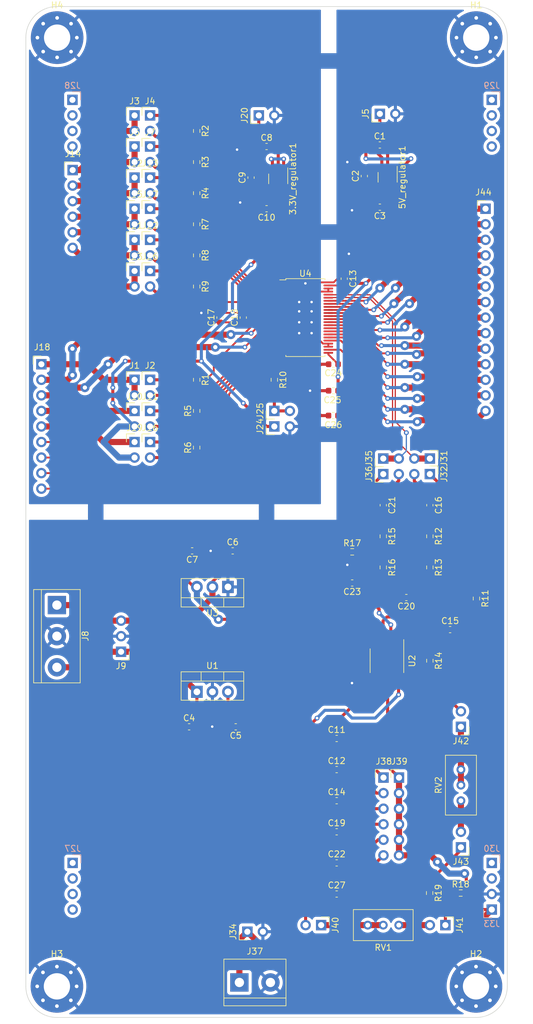
<source format=kicad_pcb>
(kicad_pcb (version 20211014) (generator pcbnew)
  (layers (0 "F.Cu" signal) (31 "B.Cu" signal) (34 "B.Paste" user) (35 "F.Paste" user) (36 "B.SilkS" user "B.Silkscreen") (37 "F.SilkS" user "F.Silkscreen") (38 "B.Mask" user) (39 "F.Mask" user) (44 "Edge.Cuts" user))
  (net 0 "")
  (net 1 "Net-(3.3V_regulator1-Pad1)")
  (net 2 "GND")
  (net 3 "Net-(3.3V_regulator1-Pad4)")
  (net 4 "VDD")
  (net 5 "Net-(5V_regulator1-Pad1)")
  (net 6 "Net-(J14-Pad2)")
  (net 7 "Net-(5V_regulator1-Pad4)")
  (net 8 "VCC1{slash}2")
  (net 9 "Net-(C4-Pad1)")
  (net 10 "Net-(C14-Pad2)")
  (net 11 "Net-(C5-Pad1)")
  (net 12 "Net-(C6-Pad2)")
  (net 13 "Net-(C7-Pad2)")
  (net 14 "Net-(C11-Pad1)")
  (net 15 "Net-(C11-Pad2)")
  (net 16 "Net-(C12-Pad2)")
  (net 17 "Net-(J10-Pad1)")
  (net 18 "Net-(C15-Pad1)")
  (net 19 "Net-(C15-Pad2)")
  (net 20 "Net-(C16-Pad2)")
  (net 21 "Net-(C16-Pad1)")
  (net 22 "Net-(C20-Pad2)")
  (net 23 "Net-(C21-Pad1)")
  (net 24 "Net-(C21-Pad2)")
  (net 25 "Net-(C19-Pad2)")
  (net 26 "Net-(C22-Pad2)")
  (net 27 "Net-(C20-Pad1)")
  (net 28 "Net-(J14-Pad4)")
  (net 29 "Net-(J14-Pad5)")
  (net 30 "Net-(J14-Pad6)")
  (net 31 "Net-(C27-Pad2)")
  (net 32 "Net-(J1-Pad1)")
  (net 33 "Net-(J2-Pad1)")
  (net 34 "SCKI")
  (net 35 "Net-(C23-Pad1)")
  (net 36 "Net-(J4-Pad1)")
  (net 37 "LRCK")
  (net 38 "VOUT1+")
  (net 39 "Net-(J17-Pad1)")
  (net 40 "BCK")
  (net 41 "VOUT1-")
  (net 42 "Net-(J18-Pad5)")
  (net 43 "Net-(C26-Pad2)")
  (net 44 "Net-(J12-Pad1)")
  (net 45 "Net-(J13-Pad1)")
  (net 46 "Net-(J14-Pad1)")
  (net 47 "Net-(J25-Pad1)")
  (net 48 "DIN1")
  (net 49 "Net-(J7-Pad1)")
  (net 50 "DIN2")
  (net 51 "RST")
  (net 52 "ZERO")
  (net 53 "MD{slash}SDA{slash}DEMP")
  (net 54 "MC{slash}SCL{slash}FMT")
  (net 55 "MS{slash}ADR0{slash}RSV")
  (net 56 "TEST{slash}ADR1{slash}RSV")
  (net 57 "Buff_Out")
  (net 58 "Net-(J11-Pad2)")
  (net 59 "Net-(J16-Pad2)")
  (net 60 "DIN3")
  (net 61 "Net-(J22-Pad1)")
  (net 62 "DIN4")
  (net 63 "Amp_Out")
  (net 64 "Net-(J40-Pad1)")
  (net 65 "Net-(J26-Pad1)")
  (net 66 "Net-(J41-Pad1)")
  (net 67 "Net-(J42-Pad1)")
  (net 69 "AMUTEI")
  (net 70 "AMUTEO")
  (net 71 "MODE")
  (net 87 "Net-(J41-Pad2)")
  (net 88 "Net-(J43-Pad1)")
  (net 89 "Net-(J43-Pad2)")
  (net 90 "Net-(J44-Pad1)")
  (net 91 "Net-(J44-Pad2)")
  (net 92 "Net-(J44-Pad3)")
  (net 93 "Net-(J44-Pad4)")
  (net 94 "Net-(J44-Pad5)")
  (net 95 "Net-(J44-Pad6)")
  (net 96 "Net-(J44-Pad7)")
  (net 97 "Net-(J44-Pad8)")
  (net 98 "Net-(J44-Pad9)")
  (net 99 "Net-(J44-Pad10)")
  (net 100 "Net-(J44-Pad11)")
  (net 101 "Net-(J44-Pad12)")
  (net 102 "Net-(J44-Pad13)")
  (net 103 "Net-(J44-Pad14)")
  (footprint "EINGINE_Parts:PinHeader_1x02_P2.54mm_Vertical_NoCourtyard" (layer "F.Cu") (at 147.32 111.76 90)
    (fp_text reference "J25")
    (fp_text value "Conn_01x02_Male")
  )
  (footprint "EINGINE_Parts:PinHeader_1x02_P2.54mm_Vertical_NoCourtyard" (layer "F.Cu") (at 127 116.84)
    (fp_text reference "J16")
    (fp_text value "Conn_01x02_Male")
  )
  (footprint "Resistor_SMD:R_0603_1608Metric_Pad0.98x0.95mm_HandSolder" (layer "F.Cu") (at 172.755 152.56 -90)
    (fp_text reference "R14")
    (fp_text value "47")
  )
  (footprint "EINGINE_Parts:PinHeader_1x02_P2.54mm_Vertical_NoCourtyard" (layer "F.Cu") (at 124.46 106.68)
    (fp_text reference "J1")
    (fp_text value "Conn_01x02_Male")
  )
  (footprint "EINGINE_Parts:PinHeader_1x02_P2.54mm_Vertical_NoCourtyard" (layer "F.Cu") (at 127 78.74)
    (fp_text reference "J17")
    (fp_text value "Conn_01x02_Male")
  )
  (footprint "Capacitor_SMD:C_0603_1608Metric" (layer "F.Cu") (at 160.055 139.86 180)
    (fp_text reference "C23")
    (fp_text value "470 pF")
  )
  (footprint "EINGINE_Parts:PinHeader_1x02_P2.54mm_Vertical_NoCourtyard" (layer "F.Cu") (at 164.579 63.246 90)
    (fp_text reference "J5")
    (fp_text value "Conn_01x02_Male")
  )
  (footprint "EINGINE_Parts:PinHeader_1x02_P2.54mm_Vertical_NoCourtyard" (layer "F.Cu") (at 127 63.5)
    (fp_text reference "J4")
    (fp_text value "Conn_01x02_Male")
  )
  (footprint "Capacitor_SMD:C_0603_1608Metric" (layer "F.Cu") (at 143.51 73.66 90)
    (fp_text reference "C9")
    (fp_text value "470 pF")
  )
  (footprint "Capacitor_SMD:C_0603_1608Metric" (layer "F.Cu") (at 146.05 78.74 180)
    (fp_text reference "C10")
    (fp_text value "10 uF")
  )
  (footprint "EINGINE_Parts:PinHeader_1x02_P2.54mm_Vertical_NoCourtyard" (layer "F.Cu") (at 177.835 183.04 180)
    (fp_text reference "J43")
    (fp_text value "Conn_01x02_Male")
  )
  (footprint "Capacitor_SMD:C_0603_1608Metric" (layer "F.Cu") (at 165.135 127.16 -90)
    (fp_text reference "C21")
    (fp_text value "10 uF")
  )
  (footprint "EINGINE_Parts:PinHeader_1x02_P2.54mm_Vertical_NoCourtyard" (layer "F.Cu") (at 127 106.68)
    (fp_text reference "J2")
    (fp_text value "Conn_01x02_Male")
  )
  (footprint "MountingHole:MountingHole_4.3mm_M4_Pad_Via" (layer "F.Cu") (at 180.305 205.74)
    (fp_text reference "H2")
    (fp_text value "MountingHole_Pad")
  )
  (footprint "MountingHole:MountingHole_4.3mm_M4_Pad_Via" (layer "F.Cu") (at 180.34 50.8)
    (fp_text reference "H1")
    (fp_text value "MountingHole_Pad")
  )
  (footprint "EINGINE_Parts:PinHeader_1x03_P2.54mm_Vertical_NoCourtyard" (layer "F.Cu") (at 122.2525 151.095 180)
    (fp_text reference "J9")
    (fp_text value "Conn_01x03_Male")
  )
  (footprint "Capacitor_SMD:C_0603_1608Metric" (layer "F.Cu") (at 158.75 90.17 -90)
    (fp_text reference "C13")
    (fp_text value "1uF")
  )
  (footprint "MountingHole:MountingHole_4.3mm_M4_Pad_Via" (layer "F.Cu") (at 111.795 50.8)
    (fp_text reference "H4")
    (fp_text value "MountingHole_Pad")
  )
  (footprint "Capacitor_SMD:C_0603_1608Metric" (layer "F.Cu") (at 176.07 147.48)
    (fp_text reference "C15")
    (fp_text value "470 pF")
  )
  (footprint "Resistor_SMD:R_0603_1608Metric_Pad0.98x0.95mm_HandSolder" (layer "F.Cu") (at 134.62 117.7525 90)
    (fp_text reference "R6")
    (fp_text value "10k")
  )
  (footprint "EINGINE_Parts:PinHeader_1x02_P2.54mm_Vertical_NoCourtyard" (layer "F.Cu") (at 142.91 196.815 90)
    (fp_text reference "J34")
    (fp_text value "Conn_01x02_Male")
  )
  (footprint "Package_TO_SOT_SMD:SOT-23-5" (layer "F.Cu") (at 165.849 73.6085 -90)
    (fp_text reference "5V_regulator1")
    (fp_text value "TC1185-xCT")
  )
  (footprint "EINGINE_Parts:PinHeader_1x02_P2.54mm_Vertical_NoCourtyard" (layer "F.Cu") (at 124.46 68.58)
    (fp_text reference "J6")
    (fp_text value "Conn_01x02_Male")
  )
  (footprint "EINGINE_Parts:PinHeader_1x09_P2.54mm_Vertical_No_Courtyard" (layer "F.Cu") (at 109.22 104.14)
    (fp_text reference "J18")
    (fp_text value "Conn_01x09_Male")
  )
  (footprint "Resistor_SMD:R_0603_1608Metric_Pad0.98x0.95mm_HandSolder" (layer "F.Cu") (at 172.72 190.5 -90)
    (fp_text reference "R19")
    (fp_text value "1k")
  )
  (footprint "Capacitor_SMD:C_0603_1608Metric" (layer "F.Cu") (at 162.039 73.406 90)
    (fp_text reference "C2")
    (fp_text value "470 pF")
  )
  (footprint "Package_TO_SOT_THT:TO-220-3_Vertical" (layer "F.Cu") (at 139.735 140.51 180)
    (fp_text reference "U3")
    (fp_text value "Linear_Regulator_N18V_MC7900")
  )
  (footprint "Resistor_SMD:R_0603_1608Metric_Pad0.98x0.95mm_HandSolder" (layer "F.Cu") (at 134.62 111.76 90)
    (fp_text reference "R5")
    (fp_text value "10k")
  )
  (footprint "EINGINE_Parts:PinHeader_1x02_P2.54mm_Vertical_NoCourtyard" (layer "F.Cu") (at 127 73.66)
    (fp_text reference "J13")
    (fp_text value "Conn_01x02_Male")
  )
  (footprint "Capacitor_SMD:C_0603_1608Metric" (layer "F.Cu") (at 157.515 165.26)
    (fp_text reference "C11")
    (fp_text value "39p")
  )
  (footprint "Capacitor_SMD:C_0603_1608Metric" (layer "F.Cu") (at 133.88 134.62 180)
    (fp_text reference "C7")
    (fp_text value "1u")
  )
  (footprint "EINGINE_Parts:PinHeader_1x02_P2.54mm_Vertical_NoCourtyard" (layer "F.Cu") (at 124.46 73.66)
    (fp_text reference "J12")
    (fp_text value "Conn_01x02_Male")
  )
  (footprint "Resistor_SMD:R_0603_1608Metric_Pad0.98x0.95mm_HandSolder" (layer "F.Cu") (at 180.375 142.4 -90)
    (fp_text reference "R11")
    (fp_text value "5.6k")
  )
  (footprint "MountingHole:MountingHole_4.3mm_M4_Pad_Via" (layer "F.Cu") (at 111.76 205.74)
    (fp_text reference "H3")
    (fp_text value "MountingHole_Pad")
  )
  (footprint "Capacitor_SMD:C_0603_1608Metric" (layer "F.Cu") (at 157.515 170.34)
    (fp_text reference "C12")
    (fp_text value "47")
  )
  (footprint "Potentiometer_THT:Potentiometer_Bourns_3296W_Vertical" (layer "F.Cu") (at 177.835 170.34 90)
    (fp_text reference "RV2")
    (fp_text value "100k")
  )
  (footprint "Resistor_SMD:R_0603_1608Metric_Pad0.98x0.95mm_HandSolder" (layer "F.Cu") (at 165.135 137.32 -90)
    (fp_text reference "R16")
    (fp_text value "360")
  )
  (footprint "Resistor_SMD:R_0603_1608Metric_Pad0.98x0.95mm_HandSolder" (layer "F.Cu") (at 134.62 91.44 -90)
    (fp_text reference "R9")
    (fp_text value "100")
  )
  (footprint "EINGINE_Parts:PinHeader_1x02_P2.54mm_Vertical_NoCourtyard" (layer "F.Cu") (at 175.295 195.74 -90)
    (fp_text reference "J41")
    (fp_text value "Conn_01x02_Male")
  )
  (footprint "EINGINE_Parts:PinHeader_1x02_P2.54mm_Vertical_NoCourtyard" (layer "F.Cu") (at 127 88.9)
    (fp_text reference "J26")
    (fp_text value "Conn_01x02_Male")
  )
  (footprint "Resistor_SMD:R_0603_1608Metric_Pad0.98x0.95mm_HandSolder" (layer "F.Cu") (at 160.055 134.78)
    (fp_text reference "R17")
    (fp_text value "5.6k")
  )
  (footprint "EINGINE_Parts:PinHeader_1x06_P2.54mm_Vertical_NoCourtyard" (layer "F.Cu") (at 167.71 171.645)
    (fp_text reference "J39")
    (fp_text value "Conn_01x06_Male")
  )
  (footprint "EINGINE_Parts:PinHeader_1x02_P2.54mm_Vertical_NoCourtyard" (layer "F.Cu") (at 177.835 163.355 180)
    (fp_text reference "J42")
    (fp_text value "Conn_01x02_Male")
  )
  (footprint "Capacitor_SMD:C_0603_1608Metric" (layer "F.Cu") (at 164.579 78.486 180)
    (fp_text reference "C3")
    (fp_text value "10 uF")
  )
  (footprint "Capacitor_SMD:C_0603_1608Metric" (layer "F.Cu") (at 168.91 142.24 180)
    (fp_text reference "C20")
    (fp_text value "3300 pF")
  )
  (footprint "Capacitor_SMD:C_0603_1608Metric" (layer "F.Cu") (at 157.515 180.5)
    (fp_text reference "C19")
    (fp_text value "75p")
  )
  (footprint "EINGINE_Parts:PinHeader_1x02_P2.54mm_Vertical_NoCourtyard" (layer "F.Cu") (at 124.46 63.5)
    (fp_text reference "J3")
    (fp_text value "Conn_01x02_Male")
  )
  (footprint "EINGINE_Parts:PCM1690_No_Courtyard_Thermal" (layer "F.Cu") (at 152.4 96.52)
    (fp_text reference "U4")
    (fp_text value "DAC_PCM1690")
  )
  (footprint "EINGINE_Parts:PinHeader_1x14_P2.54mm_Vertical_NoCourtyard" (layer "F.Cu") (at 181.864 78.74)
    (fp_text reference "J44")
    (fp_text value "Conn_01x14_Male")
  )
  (footprint "EINGINE_Parts:OPA1656_SOIC-8_3.9x5.4mm_P1.27mm" (layer "F.Cu") (at 165.735 152.56 -90)
    (fp_text reference "U2")
    (fp_text value "OPA1656")
  )
  (footprint "EINGINE_Parts:PinHeader_1x02_P2.54mm_Vertical_NoCourtyard" (layer "F.Cu") (at 124.46 88.9)
    (fp_text reference "J23")
    (fp_text value "Conn_01x02_Male")
  )
  (footprint "Capacitor_SMD:C_0603_1608Metric" (layer "F.Cu") (at 157.515 175.42)
    (fp_text reference "C14")
    (fp_text value "56p")
  )
  (footprint "Capacitor_SMD:C_0603_1608Metric" (layer "F.Cu") (at 156.972 108.458)
    (fp_text reference "C25")
    (fp_text value "10 uF")
  )
  (footprint "Capacitor_SMD:C_0603_1608Metric" (layer "F.Cu") (at 146.05 68.58)
    (fp_text reference "C8")
    (fp_text value "10 uF")
  )
  (footprint "EINGINE_Parts:PinHeader_1x06_P2.54mm_Vertical_NoCourtyard" (layer "F.Cu") (at 114.335 72.425)
    (fp_text reference "J14")
    (fp_text value "Conn_01x06_Male")
  )
  (footprint "Resistor_SMD:R_0603_1608Metric_Pad0.98x0.95mm_HandSolder" (layer "F.Cu") (at 147.32 106.68 -90)
    (fp_text reference "R10")
    (fp_text value "10k")
  )
  (footprint "Resistor_SMD:R_0603_1608Metric_Pad0.98x0.95mm_HandSolder" (layer "F.Cu") (at 134.62 76.2 -90)
    (fp_text reference "R4")
    (fp_text value "100")
  )
  (footprint "EINGINE_Parts:PinHeader_1x02_P2.54mm_Vertical_NoCourtyard" (layer "F.Cu") (at 124.46 78.74)
    (fp_text reference "J15")
    (fp_text value "Conn_01x02_Male")
  )
  (footprint "EINGINE_Parts:PinHeader_1x02_P2.54mm_Vertical_NoCourtyard" (layer "F.Cu") (at 124.46 111.76)
    (fp_text reference "J10")
    (fp_text value "Conn_01x02_Male")
  )
  (footprint "EINGINE_Parts:PinHeader_1x02_P2.54mm_Vertical_NoCourtyard" (layer "F.Cu") (at 154.975 195.74 -90)
    (fp_text reference "J40")
    (fp_text value "Conn_01x02_Male")
  )
  (footprint "EINGINE_Parts:PinHeader_1x06_P2.54mm_Vertical_NoCourtyard" (layer "F.Cu") (at 165.17 171.645)
    (fp_text reference "J38")
    (fp_text value "Conn_01x06_Male")
  )
  (footprint "Resistor_SMD:R_0603_1608Metric_Pad0.98x0.95mm_HandSolder" (layer "F.Cu") (at 172.755 137.32 -90)
    (fp_text reference "R13")
    (fp_text value "360")
  )
  (footprint "Capacitor_SMD:C_0603_1608Metric" (layer "F.Cu") (at 141.005 163.355 180)
    (fp_text reference "C5")
    (fp_text value "C")
  )
  (footprint "Resistor_SMD:R_0603_1608Metric_Pad0.98x0.95mm_HandSolder" (layer "F.Cu") (at 134.62 86.36 -90)
    (fp_text reference "R8")
    (fp_text value "100")
  )
  (footprint "Capacitor_SMD:C_0603_1608Metric" (layer "F.Cu") (at 142.24 96.52 90)
    (fp_text reference "C18")
    (fp_text value "1 uF")
  )
  (footprint "Capacitor_SMD:C_0603_1608Metric" (layer "F.Cu") (at 164.579 68.326)
    (fp_text reference "C1")
    (fp_text value "10 uF")
  )
  (footprint "Capacitor_SMD:C_0603_1608Metric" (layer "F.Cu") (at 138.43 96.52 90)
    (fp_text reference "C17")
    (fp_text value "10 uF")
  )
  (footprint "EINGINE_Parts:PinHeader_1x02_P2.54mm_Vertical_NoCourtyard" (layer "F.Cu") (at 172.755 122.08 -90)
    (fp_text reference "J32")
    (fp_text value "Conn_01x02_Male")
  )
  (footprint "EINGINE_Parts:PinHeader_1x02_P2.54mm_Vertical_NoCourtyard" (layer "F.Cu") (at 144.78 63.5 90)
    (fp_text reference "J20")
    (fp_text value "Conn_01x02_Male")
  )
  (footprint "EINGINE_Parts:PinHeader_1x02_P2.54mm_Vertical_NoCourtyard" (layer "F.Cu") (at 124.46 116.84)
    (fp_text reference "J19")
    (fp_text value "Conn_01x02_Male")
  )
  (footprint "TerminalBlock:TerminalBlock_bornier-2_P5.08mm" (layer "F.Cu") (at 141.605 205.105)
    (fp_text reference "J37")
    (fp_text value "Screw_Terminal_01x02")
  )
  (footprint "Potentiometer_THT:Potentiometer_Bourns_3296W_Vertical" (layer "F.Cu") (at 162.595 195.74 180)
    (fp_text reference "RV1")
    (fp_text value "100k")
  )
  (footprint "Capacitor_SMD:C_0603_1608Metric" (layer "F.Cu") (at 133.385 163.355)
    (fp_text reference "C4")
    (fp_text value "0.33u")
  )
  (footprint "EINGINE_Parts:PinHeader_1x02_P2.54mm_Vertical_NoCourtyard" (layer "F.Cu") (at 127 83.82)
    (fp_text reference "J22")
    (fp_text value "Conn_01x02_Male")
  )
  (footprint "EINGINE_Parts:PinHeader_1x02_P2.54mm_Vertical_NoCourtyard" (layer "F.Cu") (at 147.32 114.3 90)
    (fp_text reference "J24")
    (fp_text value "Conn_01x02_Male")
  )
  (footprint "EINGINE_Parts:PinHeader_1x02_P2.54mm_Vertical_NoCourtyard" (layer "F.Cu") (at 127 111.76)
    (fp_text reference "J11")
    (fp_text value "Conn_01x02_Male")
  )
  (footprint "Resistor_SMD:R_0603_1608Metric_Pad0.98x0.95mm_HandSolder" (layer "F.Cu") (at 134.62 81.28 -90)
    (fp_text reference "R7")
    (fp_text value "100")
  )
  (footprint "Capacitor_SMD:C_0603_1608Metric" (layer "F.Cu") (at 172.755 127.16 -90)
    (fp_text reference "C16")
    (fp_text value "10 uF")
  )
  (footprint "EINGINE_Parts:PinHeader_1x02_P2.54mm_Vertical_NoCourtyard" (layer "F.Cu") (at 127 68.58)
    (fp_text reference "J7")
    (fp_text value "Conn_01x02_Male")
  )
  (footprint "EINGINE_Parts:PinHeader_1x02_P2.54mm_Vertical_NoCourtyard" (layer "F.Cu") (at 165.135 119.54 90)
    (fp_text reference "J35")
    (fp_text value "Conn_01x02_Male")
  )
  (footprint "Resistor_SMD:R_0603_1608Metric_Pad0.98x0.95mm_HandSolder" (layer "F.Cu") (at 172.755 132.24 -90)
    (fp_text reference "R12")
    (fp_text value "7.5k")
  )
  (footprint "Resistor_SMD:R_0603_1608Metric_Pad0.98x0.95mm_HandSolder" (layer "F.Cu") (at 177.8 190.5)
    (fp_text reference "R18")
    (fp_text value "1k")
  )
  (footprint "EINGINE_Parts:PinHeader_1x02_P2.54mm_Vertical_NoCourtyard" (layer "F.Cu") (at 124.46 83.82)
    (fp_text reference "J21")
    (fp_text value "Conn_01x02_Male")
  )
  (footprint "Capacitor_SMD:C_0603_1608Metric" (layer "F.Cu") (at 156.972 104.14 180)
    (fp_text reference "C24")
    (fp_text value "1 uF")
  )
  (footprint "Capacitor_SMD:C_0603_1608Metric" (layer "F.Cu") (at 156.959 112.522)
    (fp_text reference "C26")
    (fp_text value "10 uF")
  )
  (footprint "Resistor_SMD:R_0603_1608Metric_Pad0.98x0.95mm_HandSolder" (layer "F.Cu") (at 134.62 106.68 -90)
    (fp_text reference "R1")
    (fp_text value "10k")
  )
  (footprint "Capacitor_SMD:C_0603_1608Metric" (layer "F.Cu") (at 157.515 185.58)
    (fp_text reference "C22")
    (fp_text value "110p")
  )
  (footprint "EINGINE_Parts:PinHeader_1x02_P2.54mm_Vertical_NoCourtyard" (layer "F.Cu") (at 165.135 122.08 90)
    (fp_text reference "J36")
    (fp_text value "Conn_01x02_Male")
  )
  (footprint "Resistor_SMD:R_0603_1608Metric_Pad0.98x0.95mm_HandSolder" (layer "F.Cu") (at 134.62 71.12 -90)
    (fp_text reference "R3")
    (fp_text value "100")
  )
  (footprint "Package_TO_SOT_SMD:SOT-23-5" (layer "F.Cu") (at 147.955 73.8625 -90)
    (fp_text reference "3.3V_regulator1")
    (fp_text value "TC1015-xCT")
  )
  (footprint "Resistor_SMD:R_0603_1608Metric_Pad0.98x0.95mm_HandSolder" (layer "F.Cu") (at 165.135 132.24 -90)
    (fp_text reference "R15")
    (fp_text value "7.5k")
  )
  (footprint "EINGINE_Parts:PinHeader_1x02_P2.54mm_Vertical_NoCourtyard" (layer "F.Cu") (at 172.755 119.54 -90)
    (fp_text reference "J31")
    (fp_text value "Conn_01x02_Male")
  )
  (footprint "Resistor_SMD:R_0603_1608Metric_Pad0.98x0.95mm_HandSolder" (layer "F.Cu") (at 134.62 66.04 -90)
    (fp_text reference "R2")
    (fp_text value "100")
  )
  (footprint "Capacitor_SMD:C_0603_1608Metric" (layer "F.Cu") (at 157.515 190.66)
    (fp_text reference "C27")
    (fp_text value "220p")
  )
  (footprint "Package_TO_SOT_THT:TO-220-3_Vertical" (layer "F.Cu") (at 134.655 157.64)
    (fp_text reference "U1")
    (fp_text value "Linear_Regulator_P18V_MC7800")
  )
  (footprint "TerminalBlock:TerminalBlock_bornier-3_P5.08mm" (layer "F.Cu") (at 111.76 143.475 -90)
    (fp_text reference "J8")
    (fp_text value "Screw_Terminal_01x03")
  )
  (footprint "Capacitor_SMD:C_0603_1608Metric" (layer "F.Cu") (at 140.51 134.62)
    (fp_text reference "C6")
    (fp_text value "0.33u")
  )
  (footprint "EINGINE_Parts:PinHeader_1x02_P2.54mm_Vertical_NoCourtyard" (layer "B.Cu") (at 182.88 193.2)
    (fp_text reference "J33")
    (fp_text value "Conn_01x02_Male")
  )
  (footprint "EINGINE_Parts:PinHeader_1x04_P2.54mm_Vertical_NoCourtyard" (layer "B.Cu") (at 114.3 60.96 180)
    (fp_text reference "J28")
    (fp_text value "Conn_01x04_Male")
  )
  (footprint "EINGINE_Parts:PinHeader_1x02_P2.54mm_Vertical_NoCourtyard" (layer "B.Cu") (at 182.88 185.58 180)
    (fp_text reference "J30")
    (fp_text value "Conn_01x02_Male")
  )
  (footprint "EINGINE_Parts:PinHeader_1x04_P2.54mm_Vertical_NoCourtyard" (layer "B.Cu") (at 114.335 185.58 180)
    (fp_text reference "J27")
    (fp_text value "Conn_01x04_Male")
  )
  (footprint "EINGINE_Parts:PinHeader_1x04_P2.54mm_Vertical_NoCourtyard" (layer "B.Cu") (at 182.88 60.96 180)
    (fp_text reference "J29")
    (fp_text value "Conn_01x04_Male")
  )
  (gr_line (start 180.34 210.82) (end 111.76 210.82) (layer "Edge.Cuts") (width 0.1))
  (gr_line (start 185.42 50.8) (end 185.42 205.74) (layer "Edge.Cuts") (width 0.1))
  (gr_arc (start 106.68 50.8) (mid 108.167898 47.207898) (end 111.76 45.72) (layer "Edge.Cuts") (width 0.1))
  (gr_arc (start 180.34 45.72) (mid 183.932102 47.207898) (end 185.42 50.8) (layer "Edge.Cuts") (width 0.1))
  (gr_arc (start 111.76 210.82) (mid 108.167898 209.332102) (end 106.68 205.74) (layer "Edge.Cuts") (width 0.1))
  (gr_line (start 106.68 50.8) (end 106.68 205.74) (layer "Edge.Cuts") (width 0.1))
  (gr_line (start 111.76 45.72) (end 180.34 45.72) (layer "Edge.Cuts") (width 0.1))
  (gr_arc (start 185.42 205.74) (mid 183.932102 209.332102) (end 180.34 210.82) (layer "Edge.Cuts") (width 0.1))
  (segment (start 145.275 68.58) (end 145.275 70.995) (width 0.5) (layer "F.Cu") (net 1))
  (segment (start 148.844 72.664) (end 148.905 72.725) (width 0.5) (layer "F.Cu") (net 1))
  (segment (start 145.275 70.995) (end 147.005 72.725) (width 0.5) (layer "F.Cu") (net 1))
  (segment (start 147.005 72.725) (end 147.005 70.805) (width 0.5) (layer "F.Cu") (net 1))
  (segment (start 148.844 70.612) (end 148.844 72.664) (width 0.5) (layer "F.Cu") (net 1))
  (segment (start 147.005 70.805) (end 146.812 70.612) (width 0.5) (layer "F.Cu") (net 1))
  (segment (start 144.78 68.085) (end 144.78 63.5) (width 0.5) (layer "F.Cu") (net 1))
  (segment (start 145.275 68.58) (end 144.78 68.085) (width 0.5) (layer "F.Cu") (net 1))
  (via (at 148.844 70.612) (size 0.8) (drill 0.4) (layers "F.Cu" "B.Cu") (net 1))
  (via (at 146.812 70.612) (size 0.8) (drill 0.4) (layers "F.Cu" "B.Cu") (net 1))
  (segment (start 146.812 70.612) (end 148.844 70.612) (width 0.5) (layer "B.Cu") (net 1))
  (segment (start 145.275 78.74) (end 142.748 78.74) (width 0.5) (layer "F.Cu") (net 2))
  (segment (start 158.75 86.868) (end 159.512 86.106) (width 0.3) (layer "F.Cu") (net 2))
  (segment (start 152.4 97.896041) (end 152.4 96.52) (width 0.3) (layer "F.Cu") (net 2))
  (segment (start 165.354 66.9915) (end 167.119 65.2265) (width 0.5) (layer "F.Cu") (net 2))
  (segment (start 156.197 104.14) (end 154.94 104.14) (width 0.5) (layer "F.Cu") (net 2))
  (segment (start 150.682 92.77) (end 151.384 93.472) (width 0.3) (layer "F.Cu") (net 2))
  (segment (start 147.32 68.085) (end 147.32 63.5) (width 0.5) (layer "F.Cu") (net 2))
  (segment (start 157.026041 90.77) (end 158.401041 89.395) (width 0.3) (layer "F.Cu") (net 2))
  (segment (start 148.65 90.77) (end 152.238 90.77) (width 0.3) (layer "F.Cu") (net 2))
  (segment (start 148.65 92.77) (end 150.682 92.77) (width 0.3) (layer "F.Cu") (net 2))
  (segment (start 152.238 90.77) (end 152.4 90.932) (width 0.3) (layer "F.Cu") (net 2))
  (segment (start 156.197 108.458) (end 153.162 108.458) (width 0.5) (layer "F.Cu") (net 2))
  (segment (start 153.162 105.918) (end 153.162 108.458) (width 0.5) (layer "F.Cu") (net 2))
  (segment (start 165.354 68.326) (end 165.354 69.3035) (width 0.5) (layer "F.Cu") (net 2))
  (segment (start 151.384 93.472) (end 151.384 94.488) (width 0.3) (layer "F.Cu") (net 2))
  (segment (start 159.258 139.838) (end 159.28 139.86) (width 0.5) (layer "F.Cu") (net 2))
  (segment (start 163.83 155.26) (end 160.97 155.26) (width 0.5) (layer "F.Cu") (net 2))
  (segment (start 153.738 92.27) (end 152.4 90.932) (width 0.3) (layer "F.Cu") (net 2))
  (segment (start 152.4 92.964) (end 152.4 96.52) (width 0.3) (layer "F.Cu") (net 2))
  (segment (start 159.1425 134.78) (end 159.1425 136.7905) (width 0.5) (layer "F.Cu") (net 2))
  (segment (start 159.258 71.882) (end 159.258 71.12) (width 0.5) (layer "F.Cu") (net 2))
  (segment (start 156.15 100.77) (end 155.273959 100.77) (width 0.3) (layer "F.Cu") (net 2))
  (segment (start 143.51 72.885) (end 143.51 71.374) (width 0.5) (layer "F.Cu") (net 2))
  (segment (start 139.735 134.62) (end 136.906 134.62) (width 0.5) (layer "F.Cu") (net 2))
  (segment (start 152.562 90.77) (end 152.4 90.932) (width 0.3) (layer "F.Cu") (net 2))
  (segment (start 155.273959 100.77) (end 152.4 97.896041) (width 0.3) (layer "F.Cu") (net 2))
  (segment (start 142.24 97.295) (end 138.43 97.295) (width 0.3) (layer "F.Cu") (net 2))
  (segment (start 148.65 96.77) (end 142.765 96.77) (width 0.3) (layer "F.Cu") (net 2))
  (segment (start 158.75 89.395) (end 158.75 86.868) (width 0.3) (layer "F.Cu") (net 2))
  (segment (start 156.15 90.77) (end 157.026041 90.77) (width 0.3) (layer "F.Cu") (net 2))
  (segment (start 160.97 155.26) (end 160.02 156.21) (width 0.5) (layer "F.Cu") (net 2))
  (segment (start 158.401041 89.395) (end 158.75 89.395) (width 0.3) (layer "F.Cu") (net 2))
  (segment (start 162.026 72.644) (end 160.02 72.644) (width 0.5) (layer "F.Cu") (net 2))
  (segment (start 151.206 91.77) (end 152.4 92.964) (width 0.3) (layer "F.Cu") (net 2))
  (segment (start 136.919 97.295) (end 135.382 95.758) (width 0.3) (layer "F.Cu") (net 2))
  (segment (start 156.15 90.77) (end 152.562 90.77) (width 0.3) (layer "F.Cu") (net 2))
  (segment (start 154.94 104.14) (end 153.162 105.918) (width 0.5) (layer "F.Cu") (net 2))
  (segment (start 156.15 91.77) (end 156.15 92.27) (width 0.3) (layer "F.Cu") (net 2))
  (segment (start 159.258 136.906) (end 159.258 139.838) (width 0.5) (layer "F.Cu") (net 2))
  (segment (start 160.02 72.644) (end 159.258 71.882) (width 0.5) (layer "F.Cu") (net 2))
  (segment (start 146.825 68.58) (end 147.955 69.71) (width 0.5) (layer "F.Cu") (net 2))
  (segment (start 165.354 69.3035) (end 165.849 69.7985) (width 0.5) (layer "F.Cu") (net 2))
  (segment (start 142.748 78.74) (end 141.732 77.724) (width 0.5) (layer "F.Cu") (net 2))
  (segment (start 153.162 110.744) (end 153.162 108.458) (width 0.5) (layer "F.Cu") (net 2))
  (segment (start 165.849 69.7985) (end 165.849 72.471) (width 0.5) (layer "F.Cu") (net 2))
  (segment (start 137.127 163.355) (end 134.16 163.355) (width 0.5) (layer "F.Cu") (net 2))
  (segment (start 148.65 91.77) (end 151.206 91.77) (width 0.3) (layer "F.Cu") (net 2))
  (segment (start 137.193 163.355) (end 140.23 163.355) (width 0.5) (layer "F.Cu") (net 2))
  (segment (start 154.94 112.522) (end 153.162 110.744) (width 0.5) (layer "F.Cu") (net 2))
  (segment (start 143.51 71.374) (end 141.224 69.088) (width 0.5) (layer "F.Cu") (net 2))
  (segment (start 138.43 97.295) (end 136.919 97.295) (width 0.3) (layer "F.Cu") (net 2))
  (segment (start 167.119 65.2265) (end 167.119 63.246) (width 0.5) (layer "F.Cu") (net 2))
  (segment (start 162.039 72.631) (end 162.026 72.644) (width 0.5) (layer "F.Cu") (net 2))
  (segment (start 156.15 101.27) (end 156.15 100.77) (width 0.3) (layer "F.Cu") (net 2))
  (segment (start 134.655 134.62) (end 136.906 134.62) (width 0.5) (layer "F.Cu") (net 2))
  (segment (start 160.528 78.486) (end 160.02 78.994) (width 0.5) (layer "F.Cu") (net 2))
  (segment (start 147.955 69.71) (end 147.955 72.725) (width 0.5) (layer "F.Cu") (net 2))
  (segment (start 137.16 163.322) (end 137.193 163.355) (width 0.5) (layer "F.Cu") (net 2))
  (segment (start 156.15 92.27) (end 153.738 92.27) (width 0.3) (layer "F.Cu") (net 2))
  (segment (start 159.1425 136.7905) (end 159.258 136.906) (width 0.5) (layer "F.Cu") (net 2))
  (segment (start 165.354 68.326) (end 165.354 66.9915) (width 0.5) (layer "F.Cu") (net 2))
  (segment (start 163.804 78.486) (end 160.528 78.486) (width 0.5) (layer "F.Cu") (net 2))
  (segment (start 146.825 68.58) (end 147.32 68.085) (width 0.5) (layer "F.Cu") (net 2))
  (segment (start 156.184 112.522) (end 154.94 112.522) (width 0.5) (layer "F.Cu") (net 2))
  (segment (start 137.16 163.322) (end 137.127 163.355) (width 0.5) (layer "F.Cu") (net 2))
  (segment (start 142.765 96.77) (end 142.24 97.295) (width 0.3) (layer "F.Cu") (net 2))
  (via (at 151.384 93.98) (size 0.8) (drill 0.4) (layers "F.Cu" "B.Cu") (net 2))
  (via (at 137.16 163.322) (size 0.8) (drill 0.4) (layers "F.Cu" "B.Cu") (net 2))
  (via (at 159.512 86.106) (size 0.8) (drill 0.4) (layers "F.Cu" "B.Cu") (net 2))
  (via (at 141.224 69.088) (size 0.8) (drill 0.4) (layers "F.Cu" "B.Cu") (net 2))
  (via (at 151.384 97.282) (size 0.8) (drill 0.4) (layers "F.Cu" "B.Cu") (net 2))
  (via (at 152.4 90.932) (size 0.8) (drill 0.4) (layers "F.Cu" "B.Cu") (net 2))
  (via (at 153.416 99.06) (size 0.8) (drill 0.4) (layers "F.Cu" "B.Cu") (net 2))
  (via (at 151.384 95.504) (size 0.8) (drill 0.4) (layers "F.Cu" "B.Cu") (net 2))
  (via (at 159.258 136.906) (size 0.8) (drill 0.4) (layers "F.Cu" "B.Cu") (net 2))
  (via (at 153.416 95.504) (size 0.8) (drill 0.4) (layers "F.Cu" "B.Cu") (net 2))
  (via (at 136.906 134.62) (size 0.8) (drill 0.4) (layers "F.Cu" "B.Cu") (net 2))
  (via (at 141.732 77.724) (size 0.8) (drill 0.4) (layers "F.Cu" "B.Cu") (net 2))
  (via (at 151.384 99.06) (size 0.8) (drill 0.4) (layers "F.Cu" "B.Cu") (net 2))
  (via (at 153.416 97.282) (size 0.8) (drill 0.4) (layers "F.Cu" "B.Cu") (net 2))
  (via (at 160.02 78.994) (size 0.8) (drill 0.4) (layers "F.Cu" "B.Cu") (net 2))
  (via (at 160.02 156.21) (size 0.8) (drill 0.4) (layers "F.Cu" "B.Cu") (net 2))
  (via (at 159.258 71.12) (size 0.8) (drill 0.4) (layers "F.Cu" "B.Cu") (net 2))
  (via (at 135.382 95.758) (size 0.8) (drill 0.4) (layers "F.Cu" "B.Cu") (net 2))
  (via (at 153.162 108.458) (size 0.8) (drill 0.4) (layers "F.Cu" "B.Cu") (net 2))
  (via (at 153.416 93.98) (size 0.8) (drill 0.4) (layers "F.Cu" "B.Cu") (net 2))
  (segment (start 146.44 74.435) (end 147.005 75) (width 0.5) (layer "F.Cu") (net 3))
  (segment (start 143.51 74.435) (end 146.44 74.435) (width 0.5) (layer "F.Cu") (net 3))
  (segment (start 146.825 78.74) (end 146.825 84.569) (width 0.5) (layer "F.Cu") (net 4))
  (segment (start 148.65 96.27) (end 142.765 96.27) (width 0.3) (layer "F.Cu") (net 4))
  (segment (start 148.905 76.66) (end 146.825 78.74) (width 0.5) (layer "F.Cu") (net 4))
  (segment (start 120.904 107.95) (end 120.904 110.49) (width 0.5) (layer "F.Cu") (net 4))
  (segment (start 142.765 96.27) (end 142.24 95.745) (width 0.3) (layer "F.Cu") (net 4))
  (segment (start 135.382 103.632) (end 122.936 103.632) (width 0.5) (layer "F.Cu") (net 4))
  (segment (start 142.24 110.49) (end 146.05 114.3) (width 0.5) (layer "F.Cu") (net 4))
  (segment (start 146.825 84.569) (end 143.51 87.884) (width 0.5) (layer "F.Cu") (net 4))
  (segment (start 140.475 95.745) (end 138.43 95.745) (width 0.3) (layer "F.Cu") (net 4))
  (segment (start 146.05 114.3) (end 147.32 114.3) (width 0.5) (layer "F.Cu") (net 4))
  (segment (start 142.24 95.745) (end 140.475 95.745) (width 0.3) (layer "F.Cu") (net 4))
  (segment (start 148.905 75) (end 148.905 76.66) (width 0.5) (layer "F.Cu") (net 4))
  (via (at 140.475 95.745) (size 0.8) (drill 0.4) (layers "F.Cu" "B.Cu") (net 4))
  (via (at 120.904 110.49) (size 0.8) (drill 0.4) (layers "F.Cu" "B.Cu") (net 4))
  (via (at 120.904 107.95) (size 0.8) (drill 0.4) (layers "F.Cu" "B.Cu") (net 4))
  (via (at 122.936 103.632) (size 0.8) (drill 0.4) (layers "F.Cu" "B.Cu") (net 4))
  (via (at 143.51 87.884) (size 0.8) (drill 0.4) (layers "F.Cu" "B.Cu") (net 4))
  (via (at 135.382 103.632) (size 0.8) (drill 0.4) (layers "F.Cu" "B.Cu") (net 4))
  (via (at 142.24 110.49) (size 0.8) (drill 0.4) (layers "F.Cu" "B.Cu") (net 4))
  (segment (start 124.46 114.3) (end 121.92 114.3) (width 1) (layer "B.Cu") (net 4))
  (segment (start 135.382 100.838) (end 135.382 102.87) (width 0.5) (layer "B.Cu") (net 4))
  (segment (start 121.92 119.38) (end 124.46 119.38) (width 1) (layer "B.Cu") (net 4))
  (segment (start 140.475 90.919) (end 140.475 95.745) (width 0.5) (layer "B.Cu") (net 4))
  (segment (start 119.38 116.84) (end 121.92 119.38) (width 1) (layer "B.Cu") (net 4))
  (segment (start 120.904 110.49) (end 120.904 110.744) (width 0.5) (layer "B.Cu") (net 4))
  (segment (start 120.904 110.744) (end 124.46 114.3) (width 0.5) (layer "B.Cu") (net 4))
  (segment (start 135.382 102.87) (end 135.382 103.632) (width 0.5) (layer "B.Cu") (net 4))
  (segment (start 135.382 103.632) (end 142.24 110.49) (width 0.5) (layer "B.Cu") (net 4))
  (segment (start 120.904 105.664) (end 120.904 107.95) (width 0.5) (layer "B.Cu") (net 4))
  (segment (start 143.51 87.884) (end 140.475 90.919) (width 0.5) (layer "B.Cu") (net 4))
  (segment (start 121.92 114.3) (end 119.38 116.84) (width 1) (layer "B.Cu") (net 4))
  (segment (start 122.936 103.632) (end 120.904 105.664) (width 0.5) (layer "B.Cu") (net 4))
  (segment (start 140.475 95.745) (end 135.382 100.838) (width 0.5) (layer "B.Cu") (net 4))
  (segment (start 162.293 70.5605) (end 162.293 68.7825) (width 0.5) (layer "F.Cu") (net 5))
  (segment (start 162.293 68.7825) (end 162.801 68.2745) (width 0.5) (layer "F.Cu") (net 5))
  (segment (start 167.7485 72.471) (end 169.659 70.5605) (width 0.5) (layer "F.Cu") (net 5))
  (segment (start 163.804 68.326) (end 163.804 69.2775) (width 0.5) (layer "F.Cu") (net 5))
  (segment (start 163.804 68.326) (end 163.804 66.7635) (width 0.5) (layer "F.Cu") (net 5))
  (segment (start 163.804 66.7635) (end 164.579 65.9885) (width 0.5) (layer "F.Cu") (net 5))
  (segment (start 162.801 68.2745) (end 163.7525 68.2745) (width 0.5) (layer "F.Cu") (net 5))
  (segment (start 164.579 65.9885) (end 164.579 63.246) (width 0.5) (layer "F.Cu") (net 5))
  (segment (start 164.899 70.3725) (end 164.899 72.471) (width 0.5) (layer "F.Cu") (net 5))
  (segment (start 166.799 72.471) (end 167.7485 72.471) (width 0.5) (layer "F.Cu") (net 5))
  (segment (start 163.804 69.2775) (end 164.899 70.3725) (width 0.5) (layer "F.Cu") (net 5))
  (via (at 169.659 70.5605) (size 0.8) (drill 0.4) (layers "F.Cu" "B.Cu") (net 5))
  (via (at 162.293 70.5605) (size 0.8) (drill 0.4) (layers "F.Cu" "B.Cu") (net 5))
  (segment (start 169.672 70.612) (end 162.306 70.612) (width 0.5) (layer "B.Cu") (net 5))
  (segment (start 114.335 74.965) (end 118.075 74.965) (width 1) (layer "F.Cu") (net 6))
  (segment (start 118.075 74.965) (end 121.92 71.12) (width 1) (layer "F.Cu") (net 6))
  (segment (start 121.92 71.12) (end 124.46 71.12) (width 1) (layer "F.Cu") (net 6))
  (segment (start 124.46 68.58) (end 124.46 71.12) (width 1) (layer "F.Cu") (net 6))
  (segment (start 162.039 74.181) (end 164.334 74.181) (width 0.5) (layer "F.Cu") (net 7))
  (segment (start 164.334 74.181) (end 164.899 74.746) (width 0.5) (layer "F.Cu") (net 7))
  (segment (start 166.799 74.746) (end 166.799 77.041) (width 0.5) (layer "F.Cu") (net 8))
  (segment (start 157.747 106.185) (end 157.747 108.458) (width 0.5) (layer "F.Cu") (net 8))
  (segment (start 157.747 104.14) (end 157.747 106.185) (width 0.5) (layer "F.Cu") (net 8))
  (segment (start 156.15 102.27) (end 156.15 102.543) (width 0.3) (layer "F.Cu") (net 8))
  (segment (start 166.799 77.041) (end 165.354 78.486) (width 0.5) (layer "F.Cu") (net 8))
  (segment (start 165.354 87.884) (end 162.306 90.932) (width 0.5) (layer "F.Cu") (net 8))
  (segment (start 162.306 90.932) (end 158.763 90.932) (width 0.5) (layer "F.Cu") (net 8))
  (segment (start 165.354 78.486) (end 165.354 87.884) (width 0.5) (layer "F.Cu") (net 8))
  (segment (start 158.763 90.932) (end 158.75 90.945) (width 0.5) (layer "F.Cu") (net 8))
  (segment (start 158.425 91.27) (end 158.75 90.945) (width 0.3) (layer "F.Cu") (net 8))
  (segment (start 156.15 102.543) (end 157.747 104.14) (width 0.3) (layer "F.Cu") (net 8))
  (segment (start 156.15 91.27) (end 158.425 91.27) (width 0.3) (layer "F.Cu") (net 8))
  (via (at 162.306 90.932) (size 0.8) (drill 0.4) (layers "F.Cu" "B.Cu") (net 8))
  (via (at 157.747 106.185) (size 0.8) (drill 0.4) (layers "F.Cu" "B.Cu") (net 8))
  (segment (start 157.747 95.491) (end 157.747 106.185) (width 0.5) (layer "B.Cu") (net 8))
  (segment (start 162.306 90.932) (end 157.747 95.491) (width 0.5) (layer "B.Cu") (net 8))
  (segment (start 132.61 162.03) (end 134.655 159.985) (width 0.5) (layer "F.Cu") (net 9))
  (segment (start 122.2525 151.095) (end 120.685 151.095) (width 1) (layer "F.Cu") (net 9))
  (segment (start 118.145 153.635) (end 111.76 153.635) (width 1) (layer "F.Cu") (net 9))
  (segment (start 120.685 151.095) (end 118.145 153.635) (width 1) (layer "F.Cu") (net 9))
  (segment (start 132.61 163.355) (end 132.61 162.03) (width 0.5) (layer "F.Cu") (net 9))
  (segment (start 122.2525 151.095) (end 128.11 151.095) (width 1) (layer "F.Cu") (net 9))
  (segment (start 134.655 159.985) (end 134.655 157.64) (width 0.5) (layer "F.Cu") (net 9))
  (segment (start 128.11 151.095) (end 134.655 157.64) (width 1) (layer "F.Cu") (net 9))
  (segment (start 162.755 176.725) (end 161.45 175.42) (width 0.5) (layer "F.Cu") (net 10))
  (segment (start 165.17 176.725) (end 162.755 176.725) (width 0.5) (layer "F.Cu") (net 10))
  (segment (start 161.45 175.42) (end 158.29 175.42) (width 0.5) (layer "F.Cu") (net 10))
  (segment (start 152.875 163.355) (end 154.305 161.925) (width 0.5) (layer "F.Cu") (net 11))
  (segment (start 167.64 158.115) (end 167.64 155.26) (width 0.5) (layer "F.Cu") (net 11))
  (segment (start 139.735 157.64) (end 139.735 159.42) (width 0.5) (layer "F.Cu") (net 11))
  (segment (start 141.78 161.465) (end 141.78 163.355) (width 0.5) (layer "F.Cu") (net 11))
  (segment (start 139.735 159.42) (end 141.78 161.465) (width 0.5) (layer "F.Cu") (net 11))
  (segment (start 141.78 163.355) (end 152.875 163.355) (width 0.5) (layer "F.Cu") (net 11))
  (via (at 154.305 161.925) (size 0.8) (drill 0.4) (layers "F.Cu" "B.Cu") (net 11))
  (via (at 167.64 158.115) (size 0.8) (drill 0.4) (layers "F.Cu" "B.Cu") (net 11))
  (segment (start 163.83 161.925) (end 167.64 158.115) (width 0.5) (layer "B.Cu") (net 11))
  (segment (start 158.75 160.655) (end 160.02 161.925) (width 0.5) (layer "B.Cu") (net 11))
  (segment (start 157.48 160.655) (end 158.75 160.655) (width 0.5) (layer "B.Cu") (net 11))
  (segment (start 155.575 160.655) (end 157.48 160.655) (width 0.5) (layer "B.Cu") (net 11))
  (segment (start 154.305 161.925) (end 155.575 160.655) (width 0.5) (layer "B.Cu") (net 11))
  (segment (start 160.02 161.925) (end 163.83 161.925) (width 0.5) (layer "B.Cu") (net 11))
  (segment (start 137.195 139.665) (end 137.195 140.51) (width 0.5) (layer "F.Cu") (net 12))
  (segment (start 120.615 146.015) (end 118.075 143.475) (width 1) (layer "F.Cu") (net 12))
  (segment (start 141.285 135.575) (end 137.195 139.665) (width 0.5) (layer "F.Cu") (net 12))
  (segment (start 122.2525 146.015) (end 133.385 146.015) (width 1) (layer "F.Cu") (net 12))
  (segment (start 137.195 142.205) (end 137.195 140.51) (width 1) (layer "F.Cu") (net 12))
  (segment (start 118.075 143.475) (end 111.76 143.475) (width 1) (layer "F.Cu") (net 12))
  (segment (start 141.285 134.62) (end 141.285 135.575) (width 0.5) (layer "F.Cu") (net 12))
  (segment (start 133.385 146.015) (end 137.195 142.205) (width 1) (layer "F.Cu") (net 12))
  (segment (start 122.2525 146.015) (end 120.615 146.015) (width 1) (layer "F.Cu") (net 12))
  (segment (start 133.105 139.455) (end 134.16 140.51) (width 0.5) (layer "F.Cu") (net 13))
  (segment (start 163.83 147.574) (end 163.83 149.86) (width 0.5) (layer "F.Cu") (net 13))
  (segment (start 138.176 145.796) (end 162.052 145.796) (width 0.5) (layer "F.Cu") (net 13))
  (segment (start 134.16 140.51) (end 134.655 140.51) (width 0.5) (layer "F.Cu") (net 13))
  (segment (start 133.105 134.62) (end 133.105 139.455) (width 0.5) (layer "F.Cu") (net 13))
  (segment (start 162.052 145.796) (end 163.83 147.574) (width 0.5) (layer "F.Cu") (net 13))
  (via (at 138.176 145.796) (size 1.5) (drill 0.7) (layers "F.Cu" "B.Cu") (net 13))
  (segment (start 138.176 145.796) (end 134.655 142.275) (width 1) (layer "B.Cu") (net 13))
  (segment (start 134.655 142.275) (end 134.655 140.51) (width 1) (layer "B.Cu") (net 13))
  (segment (start 156.74 170.34) (end 156.74 175.42) (width 0.5) (layer "F.Cu") (net 14))
  (segment (start 156.74 180.5) (end 156.74 185.58) (width 0.5) (layer "F.Cu") (net 14))
  (segment (start 157.48 192.405) (end 171.7275 192.405) (width 0.5) (layer "F.Cu") (net 14))
  (segment (start 161.925 160.02) (end 160.02 160.02) (width 0.5) (layer "F.Cu") (net 14))
  (segment (start 156.74 191.665) (end 157.48 192.405) (width 0.5) (layer "F.Cu") (net 14))
  (segment (start 165.1 155.26) (end 165.1 156.845) (width 0.5) (layer "F.Cu") (net 14))
  (segment (start 152.4 193.04) (end 152.435 193.075) (width 0.5) (layer "F.Cu") (net 14))
  (segment (start 156.74 165.26) (end 156.74 170.34) (width 0.5) (layer "F.Cu") (net 14))
  (segment (start 154.78 190.66) (end 152.4 193.04) (width 0.5) (layer "F.Cu") (net 14))
  (segment (start 156.74 190.66) (end 156.74 191.665) (width 0.5) (layer "F.Cu") (net 14))
  (segment (start 160.02 160.02) (end 156.74 163.3) (width 0.5) (layer "F.Cu") (net 14))
  (segment (start 156.74 163.3) (end 156.74 165.26) (width 0.5) (layer "F.Cu") (net 14))
  (segment (start 156.74 190.66) (end 154.78 190.66) (width 0.5) (layer "F.Cu") (net 14))
  (segment (start 156.74 175.42) (end 156.74 180.5) (width 0.5) (layer "F.Cu") (net 14))
  (segment (start 156.74 185.58) (end 156.74 190.66) (width 0.5) (layer "F.Cu") (net 14))
  (segment (start 152.435 193.075) (end 152.435 195.74) (width 0.5) (layer "F.Cu") (net 14))
  (segment (start 171.7275 192.405) (end 172.72 191.4125) (width 0.5) (layer "F.Cu") (net 14))
  (segment (start 165.1 156.845) (end 161.925 160.02) (width 0.5) (layer "F.Cu") (net 14))
  (segment (start 158.785 165.26) (end 158.29 165.26) (width 0.5) (layer "F.Cu") (net 15))
  (segment (start 165.17 171.645) (end 158.785 165.26) (width 0.5) (layer "F.Cu") (net 15))
  (segment (start 165.17 174.185) (end 164.025 174.185) (width 0.5) (layer "F.Cu") (net 16))
  (segment (start 160.18 170.34) (end 158.29 170.34) (width 0.5) (layer "F.Cu") (net 16))
  (segment (start 164.025 174.185) (end 160.18 170.34) (width 0.5) (layer "F.Cu") (net 16))
  (segment (start 124.46 111.76) (end 109.22 111.76) (width 1) (layer "F.Cu") (net 17))
  (segment (start 170.18 145.415) (end 165.735 145.415) (width 0.5) (layer "F.Cu") (net 18))
  (segment (start 172.755 138.2325) (end 172.755 139.1) (width 0.5) (layer "F.Cu") (net 18))
  (segment (start 175.295 141.64) (end 175.295 147.48) (width 0.5) (layer "F.Cu") (net 18))
  (segment (start 172.245 147.48) (end 170.18 145.415) (width 0.5) (layer "F.Cu") (net 18))
  (segment (start 165.735 145.415) (end 165.1 146.05) (width 0.5) (layer "F.Cu") (net 18))
  (segment (start 172.755 139.1) (end 175.295 141.64) (width 0.5) (layer "F.Cu") (net 18))
  (segment (start 175.295 147.48) (end 172.245 147.48) (width 0.5) (layer "F.Cu") (net 18))
  (segment (start 165.1 146.05) (end 165.1 149.86) (width 0.5) (layer "F.Cu") (net 18))
  (segment (start 170.9675 149.86) (end 172.755 151.6475) (width 0.5) (layer "F.Cu") (net 19))
  (segment (start 167.64 149.86) (end 170.9675 149.86) (width 0.5) (layer "F.Cu") (net 19))
  (segment (start 176.845 146.8425) (end 180.375 143.3125) (width 0.5) (layer "F.Cu") (net 19))
  (segment (start 172.755 151.57) (end 176.845 147.48) (width 0.5) (layer "F.Cu") (net 19))
  (segment (start 176.845 147.48) (end 176.845 146.8425) (width 0.5) (layer "F.Cu") (net 19))
  (segment (start 172.755 151.6475) (end 172.755 151.57) (width 0.5) (layer "F.Cu") (net 19))
  (segment (start 173.99 123.315) (end 172.755 122.08) (width 0.5) (layer "F.Cu") (net 20))
  (segment (start 173.69 127.935) (end 173.99 127.635) (width 0.5) (layer "F.Cu") (net 20))
  (segment (start 172.755 127.935) (end 173.69 127.935) (width 0.5) (layer "F.Cu") (net 20))
  (segment (start 172.755 127.935) (end 172.755 131.3275) (width 0.5) (layer "F.Cu") (net 20))
  (segment (start 173.99 127.635) (end 173.99 123.315) (width 0.5) (layer "F.Cu") (net 20))
  (segment (start 170.215 123.225) (end 172.755 125.765) (width 0.5) (layer "F.Cu") (net 21))
  (segment (start 172.755 125.765) (end 172.755 126.385) (width 0.5) (layer "F.Cu") (net 21))
  (segment (start 170.215 122.08) (end 170.215 123.225) (width 0.5) (layer "F.Cu") (net 21))
  (segment (start 166.2525 136.4075) (end 168.135 138.29) (width 0.5) (layer "F.Cu") (net 22))
  (segment (start 165.135 133.1525) (end 165.135 136.4075) (width 0.5) (layer "F.Cu") (net 22))
  (segment (start 164.6625 133.1525) (end 163.035 134.78) (width 0.5) (layer "F.Cu") (net 22))
  (segment (start 165.135 136.4075) (end 166.2525 136.4075) (width 0.5) (layer "F.Cu") (net 22))
  (segment (start 165.135 133.1525) (end 164.6625 133.1525) (width 0.5) (layer "F.Cu") (net 22))
  (segment (start 163.035 134.78) (end 160.9675 134.78) (width 0.5) (layer "F.Cu") (net 22))
  (segment (start 168.135 138.29) (end 168.135 142.24) (width 0.5) (layer "F.Cu") (net 22))
  (segment (start 165.135 125.695) (end 167.675 123.155) (width 0.5) (layer "F.Cu") (net 23))
  (segment (start 167.675 123.155) (end 167.675 122.08) (width 0.5) (layer "F.Cu") (net 23))
  (segment (start 165.135 126.385) (end 165.135 125.695) (width 0.5) (layer "F.Cu") (net 23))
  (segment (start 163.83 123.385) (end 165.135 122.08) (width 0.5) (layer "F.Cu") (net 24))
  (segment (start 165.135 127.935) (end 165.135 131.3275) (width 0.5) (layer "F.Cu") (net 24))
  (segment (start 165.135 127.935) (end 164.13 127.935) (width 0.5) (layer "F.Cu") (net 24))
  (segment (start 163.83 127.635) (end 163.83 123.385) (width 0.5) (layer "F.Cu") (net 24))
  (segment (start 164.13 127.935) (end 163.83 127.635) (width 0.5) (layer "F.Cu") (net 24))
  (segment (start 162.365 179.265) (end 161.13 180.5) (width 0.5) (layer "F.Cu") (net 25))
  (segment (start 165.17 179.265) (end 162.365 179.265) (width 0.5) (layer "F.Cu") (net 25))
  (segment (start 161.13 180.5) (end 158.29 180.5) (width 0.5) (layer "F.Cu") (net 25))
  (segment (start 160.495 185.58) (end 158.29 185.58) (width 0.5) (layer "F.Cu") (net 26))
  (segment (start 164.27 181.805) (end 160.495 185.58) (width 0.5) (layer "F.Cu") (net 26))
  (segment (start 165.17 181.805) (end 164.27 181.805) (width 0.5) (layer "F.Cu") (net 26))
  (segment (start 173.8725 136.4075) (end 178.9525 141.4875) (width 0.5) (layer "F.Cu") (net 27))
  (segment (start 172.755 136.4075) (end 171.5675 136.4075) (width 0.5) (layer "F.Cu") (net 27))
  (segment (start 171.5675 136.4075) (end 169.685 138.29) (width 0.5) (layer "F.Cu") (net 27))
  (segment (start 169.685 138.29) (end 169.685 142.24) (width 0.5) (layer "F.Cu") (net 27))
  (segment (start 178.9525 141.4875) (end 180.375 141.4875) (width 0.5) (layer "F.Cu") (net 27))
  (segment (start 172.755 136.4075) (end 173.8725 136.4075) (width 0.5) (layer "F.Cu") (net 27))
  (segment (start 172.755 133.1525) (end 172.755 136.4075) (width 0.5) (layer "F.Cu") (net 27))
  (segment (start 124.46 78.74) (end 124.46 81.28) (width 1) (layer "F.Cu") (net 28))
  (segment (start 114.335 80.045) (end 120.685 80.045) (width 1) (layer "F.Cu") (net 28))
  (segment (start 121.92 81.28) (end 124.46 81.28) (width 1) (layer "F.Cu") (net 28))
  (segment (start 120.685 80.045) (end 121.92 81.28) (width 1) (layer "F.Cu") (net 28))
  (segment (start 114.335 82.585) (end 118.145 82.585) (width 1) (layer "F.Cu") (net 29))
  (segment (start 124.46 83.82) (end 124.46 86.36) (width 1) (layer "F.Cu") (net 29))
  (segment (start 118.145 82.585) (end 121.92 86.36) (width 1) (layer "F.Cu") (net 29))
  (segment (start 121.92 86.36) (end 124.46 86.36) (width 1) (layer "F.Cu") (net 29))
  (segment (start 120.65 91.44) (end 124.46 91.44) (width 1) (layer "F.Cu") (net 30))
  (segment (start 114.335 85.125) (end 120.65 91.44) (width 1) (layer "F.Cu") (net 30))
  (segment (start 124.46 88.9) (end 124.46 91.44) (width 1) (layer "F.Cu") (net 30))
  (segment (start 165.17 184.345) (end 158.855 190.66) (width 0.5) (layer "F.Cu") (net 31))
  (segment (start 158.855 190.66) (end 158.29 190.66) (width 0.5) (layer "F.Cu") (net 31))
  (segment (start 116.84 104.14) (end 109.22 104.14) (width 1) (layer "F.Cu") (net 32))
  (segment (start 119.38 106.68) (end 116.84 104.14) (width 1) (layer "F.Cu") (net 32))
  (segment (start 124.46 106.68) (end 124.46 109.22) (width 1) (layer "F.Cu") (net 32))
  (segment (start 124.46 106.68) (end 119.38 106.68) (width 1) (layer "F.Cu") (net 32))
  (segment (start 130.4525 105.7675) (end 129.54 106.68) (width 0.5) (layer "F.Cu") (net 33))
  (segment (start 129.54 106.68) (end 127 106.68) (width 0.5) (layer "F.Cu") (net 33))
  (segment (start 134.62 105.7675) (end 130.4525 105.7675) (width 0.5) (layer "F.Cu") (net 33))
  (segment (start 137.414 105.41) (end 135.2315 107.5925) (width 0.3) (layer "F.Cu") (net 34))
  (segment (start 137.414 104.14) (end 137.414 105.41) (width 0.3) (layer "F.Cu") (net 34))
  (segment (start 131.1675 107.5925) (end 129.54 109.22) (width 0.5) (layer "F.Cu") (net 34))
  (segment (start 134.62 107.5925) (end 131.1675 107.5925) (width 0.5) (layer "F.Cu") (net 34))
  (segment (start 144.284 97.27) (end 137.414 104.14) (width 0.3) (layer "F.Cu") (net 34))
  (segment (start 135.2315 107.5925) (end 134.62 107.5925) (width 0.3) (layer "F.Cu") (net 34))
  (segment (start 148.65 97.27) (end 144.284 97.27) (width 0.3) (layer "F.Cu") (net 34))
  (segment (start 129.54 109.22) (end 127 109.22) (width 0.5) (layer "F.Cu") (net 34))
  (segment (start 164.465 144.145) (end 160.83 140.51) (width 0.5) (layer "F.Cu") (net 35))
  (segment (start 164.0275 138.2325) (end 162.4 139.86) (width 0.5) (layer "F.Cu") (net 35))
  (segment (start 165.135 138.2325) (end 164.0275 138.2325) (width 0.5) (layer "F.Cu") (net 35))
  (segment (start 160.83 140.51) (end 160.83 139.86) (width 0.5) (layer "F.Cu") (net 35))
  (segment (start 166.37 146.685) (end 166.37 149.86) (width 0.5) (layer "F.Cu") (net 35))
  (segment (start 164.465 144.78) (end 164.465 144.145) (width 0.5) (layer "F.Cu") (net 35))
  (segment (start 162.4 139.86) (end 160.83 139.86) (width 0.5) (layer "F.Cu") (net 35))
  (via (at 164.465 144.78) (size 0.8) (drill 0.4) (layers "F.Cu" "B.Cu") (net 35))
  (via (at 166.37 146.685) (size 0.8) (drill 0.4) (layers "F.Cu" "B.Cu") (net 35))
  (segment (start 164.465 144.78) (end 166.37 146.685) (width 0.5) (layer "B.Cu") (net 35))
  (segment (start 132.9925 63.5) (end 127 63.5) (width 0.5) (layer "F.Cu") (net 36))
  (segment (start 134.62 65.1275) (end 132.9925 63.5) (width 0.5) (layer "F.Cu") (net 36))
  (segment (start 127.9125 66.9525) (end 127 66.04) (width 0.5) (layer "F.Cu") (net 37))
  (segment (start 146.33553 93.27) (end 139.43 86.36447) (width 0.3) (layer "F.Cu") (net 37))
  (segment (start 134.62 66.9525) (end 127.9125 66.9525) (width 0.5) (layer "F.Cu") (net 37))
  (segment (start 139.43 86.36447) (end 139.43 71.7625) (width 0.3) (layer "F.Cu") (net 37))
  (segment (start 139.43 71.7625) (end 134.62 66.9525) (width 0.3) (layer "F.Cu") (net 37))
  (segment (start 148.65 93.27) (end 146.33553 93.27) (width 0.3) (layer "F.Cu") (net 37))
  (segment (start 170.215 119.54) (end 172.755 119.54) (width 1) (layer "F.Cu") (net 38))
  (segment (start 156.15 93.27) (end 156.174999 93.245001) (width 0.2) (layer "F.Cu") (net 38))
  (segment (start 166.653 97.1212) (end 166.653 115.978) (width 0.2) (layer "F.Cu") (net 38))
  (segment (start 156.174999 93.245001) (end 162.776801 93.245001) (width 0.2) (layer "F.Cu") (net 38))
  (segment (start 162.776801 93.245001) (end 166.653 97.1212) (width 0.2) (layer "F.Cu") (net 38))
  (segment (start 166.653 115.978) (end 170.215 119.54) (width 0.2) (layer "F.Cu") (net 38))
  (segment (start 134.62 80.3675) (end 132.9925 78.74) (width 0.5) (layer "F.Cu") (net 39))
  (segment (start 132.9925 78.74) (end 127 78.74) (width 0.5) (layer "F.Cu") (net 39))
  (segment (start 138.93 76.3425) (end 134.62 72.0325) (width 0.3) (layer "F.Cu") (net 40))
  (segment (start 148.65 93.77) (end 146.128424 93.77) (width 0.3) (layer "F.Cu") (net 40))
  (segment (start 146.128424 93.77) (end 138.93 86.571576) (width 0.3) (layer "F.Cu") (net 40))
  (segment (start 127.9125 72.0325) (end 127 71.12) (width 0.5) (layer "F.Cu") (net 40))
  (segment (start 138.93 86.571576) (end 138.93 76.3425) (width 0.3) (layer "F.Cu") (net 40))
  (segment (start 134.62 72.0325) (end 127.9125 72.0325) (width 0.5) (layer "F.Cu") (net 40))
  (segment (start 167.103 96.9348) (end 167.103 113.284) (width 0.2) (layer "F.Cu") (net 41))
  (segment (start 156.174999 92.794999) (end 162.963199 92.794999) (width 0.2) (layer "F.Cu") (net 41))
  (segment (start 167.103 113.284) (end 167.103 113.509) (width 0.2) (layer "F.Cu") (net 41))
  (segment (start 167.103 113.509) (end 168.91 115.316) (width 0.2) (layer "F.Cu") (net 41))
  (segment (start 167.675 119.54) (end 165.135 119.54) (width 1) (layer "F.Cu") (net 41))
  (segment (start 162.963199 92.794999) (end 167.103 96.9348) (width 0.2) (layer "F.Cu") (net 41))
  (segment (start 156.15 92.77) (end 156.174999 92.794999) (width 0.2) (layer "F.Cu") (net 41))
  (via (at 168.91 115.316) (size 0.8) (drill 0.4) (layers "F.Cu" "B.Cu") (net 41))
  (segment (start 168.91 115.316) (end 168.91 118.305) (width 0.2) (layer "B.Cu") (net 41))
  (segment (start 168.91 118.305) (end 167.675 119.54) (width 0.2) (layer "B.Cu") (net 41))
  (segment (start 124.46 116.84) (end 119.38 116.84) (width 1) (layer "F.Cu") (net 42))
  (segment (start 116.84 114.3) (end 109.22 114.3) (width 1) (layer "F.Cu") (net 42))
  (segment (start 119.38 116.84) (end 116.84 114.3) (width 1) (layer "F.Cu") (net 42))
  (segment (start 159.004 111.252) (end 157.734 112.522) (width 0.3) (layer "F.Cu") (net 43))
  (segment (start 158.158 101.77) (end 159.004 102.616) (width 0.3) (layer "F.Cu") (net 43))
  (segment (start 156.15 101.77) (end 158.158 101.77) (width 0.3) (layer "F.Cu") (net 43))
  (segment (start 159.004 102.616) (end 159.004 111.252) (width 0.3) (layer "F.Cu") (net 43))
  (segment (start 120.615 77.505) (end 121.92 76.2) (width 1) (layer "F.Cu") (net 44))
  (segment (start 124.46 73.66) (end 124.46 76.2) (width 1) (layer "F.Cu") (net 44))
  (segment (start 121.92 76.2) (end 124.46 76.2) (width 1) (layer "F.Cu") (net 44))
  (segment (start 114.335 77.505) (end 120.615 77.505) (width 1) (layer "F.Cu") (net 44))
  (segment (start 134.62 75.2875) (end 132.9925 73.66) (width 0.5) (layer "F.Cu") (net 45))
  (segment (start 132.9925 73.66) (end 127 73.66) (width 0.5) (layer "F.Cu") (net 45))
  (segment (start 124.46 63.5) (end 124.46 66.04) (width 1) (layer "F.Cu") (net 46))
  (segment (start 115.535 72.425) (end 121.92 66.04) (width 1) (layer "F.Cu") (net 46))
  (segment (start 121.92 66.04) (end 124.46 66.04) (width 1) (layer "F.Cu") (net 46))
  (segment (start 114.335 72.425) (end 115.535 72.425) (width 1) (layer "F.Cu") (net 46))
  (segment (start 147.32 107.5925) (end 147.32 111.76) (width 0.5) (layer "F.Cu") (net 47))
  (segment (start 147.32 111.76) (end 149.86 111.76) (width 0.5) (layer "F.Cu") (net 47))
  (segment (start 134.62 77.1125) (end 127.9125 77.1125) (width 0.5) (layer "F.Cu") (net 48))
  (segment (start 127.9125 77.1125) (end 127 76.2) (width 0.5) (layer "F.Cu") (net 48))
  (segment (start 148.65 94.27) (end 145.921318 94.27) (width 0.3) (layer "F.Cu") (net 48))
  (segment (start 138.43 80.9225) (end 134.62 77.1125) (width 0.3) (layer "F.Cu") (net 48))
  (segment (start 145.921318 94.27) (end 138.43 86.778681) (width 0.3) (layer "F.Cu") (net 48))
  (segment (start 138.43 86.778681) (end 138.43 80.9225) (width 0.3) (layer "F.Cu") (net 48))
  (segment (start 134.62 70.2075) (end 132.9925 68.58) (width 0.5) (layer "F.Cu") (net 49))
  (segment (start 132.9925 68.58) (end 127 68.58) (width 0.5) (layer "F.Cu") (net 49))
  (segment (start 148.65 94.77) (end 145.714212 94.77) (width 0.3) (layer "F.Cu") (net 50))
  (segment (start 145.714212 94.77) (end 137.93 86.985787) (width 0.3) (layer "F.Cu") (net 50))
  (segment (start 137.93 86.985787) (end 137.93 85.5025) (width 0.3) (layer "F.Cu") (net 50))
  (segment (start 127.9125 82.1925) (end 127 81.28) (width 0.5) (layer "F.Cu") (net 50))
  (segment (start 137.93 85.5025) (end 134.62 82.1925) (width 0.3) (layer "F.Cu") (net 50))
  (segment (start 134.62 82.1925) (end 127.9125 82.1925) (width 0.5) (layer "F.Cu") (net 50))
  (segment (start 144.843954 97.77) (end 143.531977 99.081977) (width 0.3) (layer "F.Cu") (net 51))
  (segment (start 113.538 106.68) (end 109.22 106.68) (width 1) (layer "F.Cu") (net 51))
  (segment (start 140.186023 99.314) (end 116.586 99.314) (width 1) (layer "F.Cu") (net 51))
  (segment (start 116.586 99.314) (end 114.3 101.6) (width 1) (layer "F.Cu") (net 51))
  (segment (start 148.65 97.77) (end 144.843954 97.77) (width 0.3) (layer "F.Cu") (net 51))
  (segment (start 114.3 105.918) (end 113.538 106.68) (width 1) (layer "F.Cu") (net 51))
  (segment (start 140.208 99.292023) (end 140.186023 99.314) (width 1) (layer "F.Cu") (net 51))
  (via (at 140.208 99.292023) (size 1.5) (drill 0.7) (layers "F.Cu" "B.Cu") (net 51))
  (via (at 114.3 105.918) (size 1.5) (drill 0.7) (layers "F.Cu" "B.Cu") (net 51))
  (via (at 143.531977 99.081977) (size 0.8) (drill 0.4) (layers "F.Cu" "B.Cu") (net 51))
  (via (at 114.3 101.6) (size 1.5) (drill 0.7) (layers "F.Cu" "B.Cu") (net 51))
  (segment (start 114.3 101.6) (end 114.3 105.918) (width 1) (layer "B.Cu") (net 51))
  (segment (start 140.440023 99.081977) (end 143.531977 99.081977) (width 0.5) (layer "B.Cu") (net 51))
  (segment (start 140.208 99.314) (end 140.440023 99.081977) (width 0.5) (layer "B.Cu") (net 51))
  (segment (start 116.332 107.95) (end 114.554 107.95) (width 1) (layer "F.Cu") (net 52))
  (segment (start 137.668 101.346) (end 122.936 101.346) (width 1) (layer "F.Cu") (net 52))
  (segment (start 114.554 107.95) (end 113.284 109.22) (width 1) (layer "F.Cu") (net 52))
  (segment (start 148.65 98.27) (end 148.65 98.77) (width 0.3) (layer "F.Cu") (net 52))
  (segment (start 148.65 98.77) (end 145.07 98.77) (width 0.3) (layer "F.Cu") (net 52))
  (segment (start 113.284 109.22) (end 109.22 109.22) (width 1) (layer "F.Cu") (net 52))
  (segment (start 145.07 98.77) (end 142.494 101.346) (width 0.3) (layer "F.Cu") (net 52))
  (segment (start 122.936 101.346) (end 120.142 104.14) (width 1) (layer "F.Cu") (net 52))
  (via (at 137.668 101.346) (size 1.5) (drill 0.7) (layers "F.Cu" "B.Cu") (net 52))
  (via (at 120.142 104.14) (size 1.5) (drill 0.7) (layers "F.Cu" "B.Cu") (net 52))
  (via (at 116.332 107.95) (size 1.5) (drill 0.7) (layers "F.Cu" "B.Cu") (net 52))
  (via (at 142.494 101.346) (size 0.8) (drill 0.4) (layers "F.Cu" "B.Cu") (net 52))
  (segment (start 142.494 101.346) (end 137.668 101.346) (width 0.5) (layer "B.Cu") (net 52))
  (segment (start 116.332 107.95) (end 120.142 104.14) (width 1) (layer "B.Cu") (net 52))
  (segment (start 120.65 121.412) (end 116.078 116.84) (width 0.3) (layer "F.Cu") (net 53))
  (segment (start 138.414 113.776) (end 138.43 113.792) (width 0.3) (layer "F.Cu") (net 53))
  (segment (start 148.65 100.27) (end 146.364 100.27) (width 0.3) (layer "F.Cu") (net 53))
  (segment (start 116.078 116.84) (end 109.22 116.84) (width 0.3) (layer "F.Cu") (net 53))
  (segment (start 138.414 108.22) (end 138.414 113.776) (width 0.3) (layer "F.Cu") (net 53))
  (segment (start 134.874 121.412) (end 120.65 121.412) (width 0.3) (layer "F.Cu") (net 53))
  (segment (start 146.364 100.27) (end 138.414 108.22) (width 0.3) (layer "F.Cu") (net 53))
  (segment (start 138.43 117.856) (end 134.874 121.412) (width 0.3) (layer "F.Cu") (net 53))
  (segment (start 138.43 113.792) (end 138.43 117.856) (width 0.3) (layer "F.Cu") (net 53))
  (segment (start 146.571106 100.77) (end 138.93 108.411106) (width 0.3) (layer "F.Cu") (net 54))
  (segment (start 135.081106 121.912) (end 118.102 121.912) (width 0.3) (layer "F.Cu") (net 54))
  (segment (start 138.93 108.411106) (end 138.93 118.063106) (width 0.3) (layer "F.Cu") (net 54))
  (segment (start 118.102 121.912) (end 115.57 119.38) (width 0.3) (layer "F.Cu") (net 54))
  (segment (start 115.57 119.38) (end 109.22 119.38) (width 0.3) (layer "F.Cu") (net 54))
  (segment (start 138.93 118.063106) (end 135.081106 121.912) (width 0.3) (layer "F.Cu") (net 54))
  (segment (start 148.65 100.77) (end 146.571106 100.77) (width 0.3) (layer "F.Cu") (net 54))
  (segment (start 139.43 118.270212) (end 135.272212 122.428) (width 0.3) (layer "F.Cu") (net 55))
  (segment (start 146.778212 101.27) (end 139.43 108.618212) (width 0.3) (layer "F.Cu") (net 55))
  (segment (start 135.272212 122.428) (end 114.808 122.428) (width 0.3) (layer "F.Cu") (net 55))
  (segment (start 114.808 122.428) (end 114.3 121.92) (width 0.3) (layer "F.Cu") (net 55))
  (segment (start 148.65 101.27) (end 146.778212 101.27) (width 0.3) (layer "F.Cu") (net 55))
  (segment (start 114.3 121.92) (end 109.22 121.92) (width 0.3) (layer "F.Cu") (net 55))
  (segment (start 139.43 108.618212) (end 139.43 118.270212) (width 0.3) (layer "F.Cu") (net 55))
  (segment (start 147.15 101.77) (end 139.93 108.99) (width 0.3) (layer "F.Cu") (net 56))
  (segment (start 139.93 118.477318) (end 133.947318 124.46) (width 0.3) (layer "F.Cu") (net 56))
  (segment (start 133.947318 124.46) (end 109.22 124.46) (width 0.3) (layer "F.Cu") (net 56))
  (segment (start 148.65 101.77) (end 147.15 101.77) (width 0.3) (layer "F.Cu") (net 56))
  (segment (start 139.93 108.99) (end 139.93 118.477318) (width 0.3) (layer "F.Cu") (net 56))
  (segment (start 172.755 155.735) (end 177.835 160.815) (width 0.5) (layer "F.Cu") (net 57))
  (segment (start 172.755 153.4725) (end 172.755 155.735) (width 0.5) (layer "F.Cu") (net 57))
  (segment (start 131.1675 112.6725) (end 129.54 114.3) (width 0.5) (layer "F.Cu") (net 58))
  (segment (start 129.54 114.3) (end 127 114.3) (width 0.5) (layer "F.Cu") (net 58))
  (segment (start 134.62 112.6725) (end 131.1675 112.6725) (width 0.5) (layer "F.Cu") (net 58))
  (segment (start 134.62 118.665) (end 130.255 118.665) (width 0.5) (layer "F.Cu") (net 59))
  (segment (start 130.255 118.665) (end 129.54 119.38) (width 0.5) (layer "F.Cu") (net 59))
  (segment (start 129.54 119.38) (end 127 119.38) (width 0.5) (layer "F.Cu") (net 59))
  (segment (start 134.62 87.2725) (end 127.9125 87.2725) (width 0.5) (layer "F.Cu") (net 60))
  (segment (start 127.9125 87.2725) (end 127 86.36) (width 0.5) (layer "F.Cu") (net 60))
  (segment (start 137.509606 87.2725) (end 134.62 87.2725) (width 0.3) (layer "F.Cu") (net 60))
  (segment (start 148.65 95.27) (end 145.507106 95.27) (width 0.3) (layer "F.Cu") (net 60))
  (segment (start 145.507106 95.27) (end 137.509606 87.2725) (width 0.3) (layer "F.Cu") (net 60))
  (segment (start 132.9925 83.82) (end 127 83.82) (width 0.5) (layer "F.Cu") (net 61))
  (segment (start 134.62 85.4475) (end 132.9925 83.82) (width 0.5) (layer "F.Cu") (net 61))
  (segment (start 127.9125 92.3525) (end 127 91.44) (width 0.5) (layer "F.Cu") (net 62))
  (segment (start 145.3 95.77) (end 143.51 93.98) (width 0.3) (layer "F.Cu") (net 62))
  (segment (start 134.62 92.3525) (end 127.9125 92.3525) (width 0.5) (layer "F.Cu") (net 62))
  (segment (start 134.62 92.71) (end 134.62 92.3525) (width 0.3) (layer "F.Cu") (net 62))
  (segment (start 135.89 93.98) (end 134.62 92.71) (width 0.3) (layer "F.Cu") (net 62))
  (segment (start 148.65 95.77) (end 145.3 95.77) (width 0.3) (layer "F.Cu") (net 62))
  (segment (start 143.51 93.98) (end 135.89 93.98) (width 0.3) (layer "F.Cu") (net 62))
  (segment (start 164.465 168.4) (end 167.71 171.645) (width 0.5) (layer "F.Cu") (net 63))
  (segment (start 178.7125 190.5) (end 181.4125 193.2) (width 0.5) (layer "F.Cu") (net 63))
  (segment (start 178.7125 187.6025) (end 178.435 187.325) (width 0.5) (layer "F.Cu") (net 63))
  (segment (start 172.915 184.345) (end 167.71 184.345) (width 1) (layer "F.Cu") (net 63))
  (segment (start 165.85 155.78) (end 165.85 161.81) (width 0.5) (layer "F.Cu") (net 63))
  (segment (start 167.71 181.805) (end 167.71 184.345) (width 1) (layer "F.Cu") (net 63))
  (segment (start 167.71 174.185) (end 167.71 176.725) (width 1) (layer "F.Cu") (net 63))
  (segment (start 166.37 155.26) (end 165.85 155.78) (width 0.5) (layer "F.Cu") (net 63))
  (segment (start 181.4125 193.2) (end 182.88 193.2) (width 0.5) (layer "F.Cu") (net 63))
  (segment (start 164.465 163.195) (end 164.465 168.4) (width 0.5) (layer "F.Cu") (net 63))
  (segment (start 156.845 200.66) (end 159.385 203.2) (width 1) (layer "F.Cu") (net 63))
  (segment (start 173.99 185.42) (end 172.915 184.345) (width 1) (layer "F.Cu") (net 63))
  (segment (start 167.71 176.725) (end 167.71 179.265) (width 1) (layer "F.Cu") (net 63))
  (segment (start 142.91 196.815) (end 146.755 200.66) (width 1) (layer "F.Cu") (net 63))
  (segment (start 178.7125 190.5) (end 178.7125 187.6025) (width 0.5) (layer "F.Cu") (net 63))
  (segment (start 159.385 203.2) (end 172.88 203.2) (width 1) (layer "F.Cu") (net 63))
  (segment (start 165.85 161.81) (end 164.465 163.195) (width 0.5) (layer "F.Cu") (net 63))
  (segment (start 172.88 203.2) (end 182.88 193.2) (width 1) (layer "F.Cu") (net 63))
  (segment (start 167.71 179.265) (end 167.71 181.805) (width 1) (layer "F.Cu") (net 63))
  (segment (start 167.71 171.645) (end 167.71 174.185) (width 1) (layer "F.Cu") (net 63))
  (segment (start 141.605 198.12) (end 142.91 196.815) (width 1) (layer "F.Cu") (net 63))
  (segment (start 141.605 205.105) (end 141.605 198.12) (width 1) (layer "F.Cu") (net 63))
  (segment (start 146.755 200.66) (end 156.845 200.66) (width 1) (layer "F.Cu") (net 63))
  (via (at 173.99 185.42) (size 1.5) (drill 0.7) (layers "F.Cu" "B.Cu") (net 63))
  (via (at 178.435 187.325) (size 1.5) (drill 0.7) (layers "F.Cu" "B.Cu") (net 63))
  (segment (start 173.99 185.42) (end 175.895 187.325) (width 1) (layer "B.Cu") (net 63))
  (segment (start 175.895 187.325) (end 178.435 187.325) (width 1) (layer "B.Cu") (net 63))
  (segment (start 162.595 195.74) (end 154.975 195.74) (width 1) (layer "F.Cu") (net 64))
  (segment (start 165.135 195.74) (end 162.595 195.74) (width 1) (layer "F.Cu") (net 64))
  (segment (start 134.62 90.5275) (end 132.9925 88.9) (width 0.5) (layer "F.Cu") (net 65))
  (segment (start 132.9925 88.9) (end 127 88.9) (width 0.5) (layer "F.Cu") (net 65))
  (segment (start 175.26 193.675) (end 175.295 193.71) (width 0.5) (layer "F.Cu") (net 66))
  (segment (start 176.8875 192.0475) (end 175.26 193.675) (width 0.5) (layer "F.Cu") (net 66))
  (segment (start 175.295 193.71) (end 175.295 195.74) (width 0.5) (layer "F.Cu") (net 66))
  (segment (start 176.8875 190.5) (end 176.8875 192.0475) (width 0.5) (layer "F.Cu") (net 66))
  (segment (start 177.835 170.34) (end 177.835 172.88) (width 1) (layer "F.Cu") (net 67))
  (segment (start 177.835 163.355) (end 177.835 170.34) (width 1) (layer "F.Cu") (net 67))
  (segment (start 134.62 110.8475) (end 130.4525 110.8475) (width 0.5) (layer "F.Cu") (net 69))
  (segment (start 130.4525 110.8475) (end 129.54 111.76) (width 0.5) (layer "F.Cu") (net 69))
  (segment (start 137.414 107.696) (end 137.414 109.728) (width 0.3) (layer "F.Cu") (net 69))
  (segment (start 148.65 99.27) (end 145.84 99.27) (width 0.3) (layer "F.Cu") (net 69))
  (segment (start 129.54 111.76) (end 127 111.76) (width 0.5) (layer "F.Cu") (net 69))
  (segment (start 145.84 99.27) (end 137.414 107.696) (width 0.3) (layer "F.Cu") (net 69))
  (segment (start 136.2945 110.8475) (end 134.62 110.8475) (width 0.3) (layer "F.Cu") (net 69))
  (segment (start 137.414 109.728) (end 136.2945 110.8475) (width 0.3) (layer "F.Cu") (net 69))
  (segment (start 146.047106 99.77) (end 137.914 107.903106) (width 0.3) (layer "F.Cu") (net 70))
  (segment (start 135.128 116.84) (end 134.62 116.84) (width 0.3) (layer "F.Cu") (net 70))
  (segment (start 137.914 114.038) (end 137.922 114.046) (width 0.3) (layer "F.Cu") (net 70))
  (segment (start 137.914 107.903106) (end 137.914 114.038) (width 0.3) (layer "F.Cu") (net 70))
  (segment (start 137.922 114.046) (end 135.128 116.84) (width 0.3) (layer "F.Cu") (net 70))
  (segment (start 134.62 116.84) (end 127 116.84) (width 0.5) (layer "F.Cu") (net 70))
  (segment (start 148.65 99.77) (end 146.047106 99.77) (width 0.3) (layer "F.Cu") (net 70))
  (segment (start 148.65 102.27) (end 147.32 103.6) (width 0.3) (layer "F.Cu") (net 71))
  (segment (start 147.32 103.6) (end 147.32 105.7675) (width 0.3) (layer "F.Cu") (net 71))
  (segment (start 167.675 195.74) (end 172.755 195.74) (width 1) (layer "F.Cu") (net 87))
  (segment (start 177.835 183.48) (end 177.835 183.04) (width 0.5) (layer "F.Cu") (net 88))
  (segment (start 172.72 189.5875) (end 172.72 188.595) (width 0.5) (layer "F.Cu") (net 88))
  (segment (start 172.72 188.595) (end 177.835 183.48) (width 0.5) (layer "F.Cu") (net 88))
  (segment (start 177.835 175.42) (end 177.835 180.5) (width 1) (layer "F.Cu") (net 89))
  (segment (start 162.096 93.77) (end 162.306 93.98) (width 0.3) (layer "F.Cu") (net 90))
  (segment (start 156.15 93.77) (end 162.096 93.77) (width 0.3) (layer "F.Cu") (net 90))
  (segment (start 164.592 91.694) (end 177.546 78.74) (width 1) (layer "F.Cu") (net 90))
  (segment (start 177.546 78.74) (end 181.864 78.74) (width 1) (layer "F.Cu") (net 90))
  (via (at 162.306 93.98) (size 0.8) (drill 0.4) (layers "F.Cu" "B.Cu") (net 90))
  (via (at 164.592 91.694) (size 1.5) (drill 0.7) (layers "F.Cu" "B.Cu") (net 90))
  (segment (start 162.306 93.98) (end 164.592 91.694) (width 0.5) (layer "B.Cu") (net 90))
  (segment (start 162.306 95.25) (end 163.576 95.25) (width 0.3) (layer "F.Cu") (net 91))
  (segment (start 156.15 94.27) (end 161.326 94.27) (width 0.3) (layer "F.Cu") (net 91))
  (segment (start 167.132 91.694) (end 177.546 81.28) (width 1) (layer "F.Cu") (net 91))
  (segment (start 161.326 94.27) (end 162.306 95.25) (width 0.3) (layer "F.Cu") (net 91))
  (segment (start 177.546 81.28) (end 181.864 81.28) (width 1) (layer "F.Cu") (net 91))
  (via (at 163.576 95.25) (size 0.8) (drill 0.4) (layers "F.Cu" "B.Cu") (net 91))
  (via (at 167.132 91.694) (size 1.5) (drill 0.7) (layers "F.Cu" "B.Cu") (net 91))
  (segment (start 163.576 95.25) (end 167.132 91.694) (width 0.5) (layer "B.Cu") (net 91))
  (segment (start 164.827278 96.284722) (end 164.808556 96.266) (width 0.3) (layer "F.Cu") (net 92))
  (segment (start 164.808556 96.266) (end 162.56 96.266) (width 0.3) (layer "F.Cu") (net 92))
  (segment (start 162.56 96.266) (end 161.064 94.77) (width 0.3) (layer "F.Cu") (net 92))
  (segment (start 177.292 83.82) (end 181.864 83.82) (width 1) (layer "F.Cu") (net 92))
  (segment (start 166.878 94.234) (end 177.292 83.82) (width 1) (layer "F.Cu") (net 92))
  (segment (start 161.064 94.77) (end 156.15 94.77) (width 0.3) (layer "F.Cu") (net 92))
  (via (at 166.878 94.234) (size 1.5) (drill 0.7) (layers "F.Cu" "B.Cu") (net 92))
  (via (at 164.827278 96.284722) (size 0.8) (drill 0.4) (layers "F.Cu" "B.Cu") (net 92))
  (segment (start 164.827278 96.284722) (end 166.878 94.234) (width 0.5) (layer "B.Cu") (net 92))
  (segment (start 165.824556 97.282) (end 165.843278 97.300722) (width 0.3) (layer "F.Cu") (net 93))
  (segment (start 177.292 86.36) (end 181.864 86.36) (width 1) (layer "F.Cu") (net 93))
  (segment (start 162.814 97.282) (end 165.824556 97.282) (width 0.3) (layer "F.Cu") (net 93))
  (segment (start 169.418 94.234) (end 177.292 86.36) (width 1) (layer "F.Cu") (net 93))
  (segment (start 156.15 95.27) (end 160.802 95.27) (width 0.3) (layer "F.Cu") (net 93))
  (segment (start 160.802 95.27) (end 162.814 97.282) (width 0.3) (layer "F.Cu") (net 93))
  (via (at 169.418 94.234) (size 1.5) (drill 0.7) (layers "F.Cu" "B.Cu") (net 93))
  (via (at 165.843278 97.300722) (size 0.8) (drill 0.4) (layers "F.Cu" "B.Cu") (net 93))
  (segment (start 168.91 94.234) (end 169.418 94.234) (width 0.5) (layer "B.Cu") (net 93))
  (segment (start 165.843278 97.300722) (end 168.91 94.234) (width 0.5) (layer "B.Cu") (net 93))
  (segment (start 164.592 98.552) (end 163.322 98.552) (width 0.3) (layer "F.Cu") (net 94))
  (segment (start 168.656 97.79) (end 177.546 88.9) (width 1) (layer "F.Cu") (net 94))
  (segment (start 168.656 98.044) (end 168.656 97.79) (width 0.3) (layer "F.Cu") (net 94))
  (segment (start 160.54 95.77) (end 156.15 95.77) (width 0.3) (layer "F.Cu") (net 94))
  (segment (start 163.322 98.552) (end 160.54 95.77) (width 0.3) (layer "F.Cu") (net 94))
  (segment (start 177.546 88.9) (end 181.864 88.9) (width 1) (layer "F.Cu") (net 94))
  (via (at 164.592 98.552) (size 0.8) (drill 0.4) (layers "F.Cu" "B.Cu") (net 94))
  (via (at 168.656 98.044) (size 1.5) (drill 0.7) (layers "F.Cu" "B.Cu") (net 94))
  (segment (start 168.148 98.552) (end 168.656 98.044) (width 0.5) (layer "B.Cu") (net 94))
  (segment (start 164.592 98.552) (end 168.148 98.552) (width 0.5) (layer "B.Cu") (net 94))
  (segment (start 156.15 96.27) (end 160.278 96.27) (width 0.3) (layer "F.Cu") (net 95))
  (segment (start 170.571595 99.568) (end 170.571595 99.430405) (width 0.3) (layer "F.Cu") (net 95))
  (segment (start 163.068 99.06) (end 163.83 99.822) (width 0.3) (layer "F.Cu") (net 95))
  (segment (start 163.83 99.822) (end 165.862 99.822) (width 0.3) (layer "F.Cu") (net 95))
  (segment (start 170.571595 99.430405) (end 178.562 91.44) (width 1) (layer "F.Cu") (net 95))
  (segment (start 160.278 96.27) (end 163.068 99.06) (width 0.3) (layer "F.Cu") (net 95))
  (segment (start 178.562 91.44) (end 181.864 91.44) (width 1) (layer "F.Cu") (net 95))
  (via (at 165.862 99.822) (size 0.8) (drill 0.4) (layers "F.Cu" "B.Cu") (net 95))
  (via (at 170.571595 99.568) (size 1.5) (drill 0.7) (layers "F.Cu" "B.Cu") (net 95))
  (segment (start 170.317595 99.822) (end 165.862 99.822) (width 0.5) (layer "B.Cu") (net 95))
  (segment (start 170.571595 99.568) (end 170.317595 99.822) (width 0.5) (layer "B.Cu") (net 95))
  (segment (start 164.338 101.092) (end 160.016 96.77) (width 0.3) (layer "F.Cu") (net 96))
  (segment (start 168.656 101.092) (end 171.45 101.092) (width 1) (layer "F.Cu") (net 96))
  (segment (start 171.45 101.092) (end 178.562 93.98) (width 1) (layer "F.Cu") (net 96))
  (segment (start 178.562 93.98) (end 181.864 93.98) (width 1) (layer "F.Cu") (net 96))
  (segment (start 160.016 96.77) (end 156.15 96.77) (width 0.3) (layer "F.Cu") (net 96))
  (segment (start 164.846 101.092) (end 164.338 101.092) (width 0.3) (layer "F.Cu") (net 96))
  (via (at 168.656 101.092) (size 1.5) (drill 0.7) (layers "F.Cu" "B.Cu") (net 96))
  (via (at 164.846 101.092) (size 0.8) (drill 0.4) (layers "F.Cu" "B.Cu") (net 96))
  (segment (start 164.846 101.092) (end 168.656 101.092) (width 0.5) (layer "B.Cu") (net 96))
  (segment (start 173.482 102.362) (end 179.324 96.52) (width 1) (layer "F.Cu") (net 97))
  (segment (start 179.324 96.52) (end 181.864 96.52) (width 1) (layer "F.Cu") (net 97))
  (segment (start 170.581458 102.5415) (end 170.760958 102.362) (width 1) (layer "F.Cu") (net 97))
  (segment (start 163.984447 101.445553) (end 164.900894 102.362) (width 0.3) (layer "F.Cu") (net 97))
  (segment (start 159.808894 97.27) (end 163.984447 101.445553) (width 0.3) (layer "F.Cu") (net 97))
  (segment (start 164.900894 102.362) (end 165.862 102.362) (width 0.3) (layer "F.Cu") (net 97))
  (segment (start 156.15 97.27) (end 159.808894 97.27) (width 0.3) (layer "F.Cu") (net 97))
  (segment (start 170.760958 102.362) (end 173.482 102.362) (width 1) (layer "F.Cu") (net 97))
  (via (at 170.581458 102.5415) (size 1.5) (drill 0.7) (layers "F.Cu" "B.Cu") (net 97))
  (via (at 165.862 102.362) (size 0.8) (drill 0.4) (layers "F.Cu" "B.Cu") (net 97))
  (segment (start 170.401958 102.362) (end 165.862 102.362) (width 0.5) (layer "B.Cu") (net 97))
  (segment (start 170.581458 102.5415) (end 170.401958 102.362) (width 0.5) (layer "B.Cu") (net 97))
  (segment (start 159.492 97.77) (end 165.354 103.632) (width 0.3) (layer "F.Cu") (net 98))
  (segment (start 174.244 104.14) (end 179.324 99.06) (width 1) (layer "F.Cu") (net 98))
  (segment (start 168.656 104.14) (end 174.244 104.14) (width 1) (layer "F.Cu") (net 98))
  (segment (start 165.354 103.632) (end 165.862 104.14) (width 0.3) (layer "F.Cu") (net 98))
  (segment (start 156.15 97.77) (end 159.492 97.77) (width 0.3) (layer "F.Cu") (net 98))
  (segment (start 179.324 99.06) (end 181.864 99.06) (width 1) (layer "F.Cu") (net 98))
  (via (at 165.862 104.14) (size 0.8) (drill 0.4) (layers "F.Cu" "B.Cu") (net 98))
  (via (at 168.656 104.14) (size 1.5) (drill 0.7) (layers "F.Cu" "B.Cu") (net 98))
  (segment (start 168.656 104.14) (end 165.862 104.14) (width 0.5) (layer "B.Cu") (net 98))
  (segment (start 179.578 101.6) (end 181.864 101.6) (width 1) (layer "F.Cu") (net 99))
  (segment (start 159.23 98.27) (end 164.084 103.124) (width 0.3) (layer "F.Cu") (net 99))
  (segment (start 164.084 103.124) (end 164.084 104.394) (width 0.3) (layer "F.Cu") (net 99))
  (segment (start 164.084 104.394) (end 165.862 106.172) (width 0.3) (layer "F.Cu") (net 99))
  (segment (start 156.15 98.27) (end 159.23 98.27) (width 0.3) (layer "F.Cu") (net 99))
  (segment (start 175.006 106.172) (end 179.578 101.6) (width 1) (layer "F.Cu") (net 99))
  (segment (start 170.688 106.172) (end 175.006 106.172) (width 1) (layer "F.Cu") (net 99))
  (via (at 165.862 106.172) (size 0.8) (drill 0.4) (layers "F.Cu" "B.Cu") (net 99))
  (via (at 170.688 106.172) (size 1.5) (drill 0.7) (layers "F.Cu" "B.Cu") (net 99))
  (segment (start 170.688 106.172) (end 165.862 106.172) (width 0.5) (layer "B.Cu") (net 99))
  (segment (start 156.15 98.77) (end 159.022894 98.77) (width 0.3) (layer "F.Cu") (net 100))
  (segment (start 168.656 107.95) (end 175.26 107.95) (width 1) (layer "F.Cu") (net 100))
  (segment (start 159.022894 98.77) (end 163.576 103.323106) (width 0.3) (layer "F.Cu") (net 100))
  (segment (start 163.576 105.664) (end 165.862 107.95) (width 0.3) (layer "F.Cu") (net 100))
  (segment (start 163.576 103.323106) (end 163.576 104.14) (width 0.3) (layer "F.Cu") (net 100))
  (segment (start 179.07 104.14) (end 181.864 104.14) (width 1) (layer "F.Cu") (net 100))
  (segment (start 163.576 103.632) (end 163.576 105.664) (width 0.3) (layer "F.Cu") (net 100))
  (segment (start 175.26 107.95) (end 179.07 104.14) (width 1) (layer "F.Cu") (net 100))
  (via (at 165.862 107.95) (size 0.8) (drill 0.4) (layers "F.Cu" "B.Cu") (net 100))
  (via (at 168.656 107.95) (size 1.5) (drill 0.7) (layers "F.Cu" "B.Cu") (net 100))
  (segment (start 168.656 107.95) (end 165.862 107.95) (width 0.5) (layer "B.Cu") (net 100))
  (segment (start 170.688 109.728) (end 175.768 109.728) (width 1) (layer "F.Cu") (net 101))
  (segment (start 163.068 103.522212) (end 163.068 106.934) (width 0.3) (layer "F.Cu") (net 101))
  (segment (start 163.068 106.934) (end 165.862 109.728) (width 0.3) (layer "F.Cu") (net 101))
  (segment (start 156.15 99.27) (end 158.815788 99.27) (width 0.3) (layer "F.Cu") (net 101))
  (segment (start 158.815788 99.27) (end 163.068 103.522212) (width 0.3) (layer "F.Cu") (net 101))
  (segment (start 175.768 109.728) (end 178.816 106.68) (width 1) (layer "F.Cu") (net 101))
  (segment (start 178.816 106.68) (end 181.864 106.68) (width 1) (layer "F.Cu") (net 101))
  (via (at 165.862 109.728) (size 0.8) (drill 0.4) (layers "F.Cu" "B.Cu") (net 101))
  (via (at 170.688 109.728) (size 1.5) (drill 0.7) (layers "F.Cu" "B.Cu") (net 101))
  (segment (start 170.688 109.728) (end 165.862 109.728) (width 0.5) (layer "B.Cu") (net 101))
  (segment (start 179.324 109.22) (end 181.864 109.22) (width 1) (layer "F.Cu") (net 102))
  (segment (start 162.56 106.934) (end 162.56 108.204) (width 0.3) (layer "F.Cu") (net 102))
  (segment (start 156.15 99.77) (end 158.608682 99.77) (width 0.3) (layer "F.Cu") (net 102))
  (segment (start 162.56 108.204) (end 165.862 111.506) (width 0.3) (layer "F.Cu") (net 102))
  (segment (start 162.56 103.721318) (end 162.56 106.934) (width 0.3) (layer "F.Cu") (net 102))
  (segment (start 168.656 111.506) (end 177.038 111.506) (width 1) (layer "F.Cu") (net 102))
  (segment (start 158.608682 99.77) (end 162.56 103.721318) (width 0.3) (layer "F.Cu") (net 102))
  (segment (start 177.038 111.506) (end 179.324 109.22) (width 1) (layer "F.Cu") (net 102))
  (via (at 165.862 111.506) (size 0.8) (drill 0.4) (layers "F.Cu" "B.Cu") (net 102))
  (via (at 168.656 111.506) (size 1.5) (drill 0.7) (layers "F.Cu" "B.Cu") (net 102))
  (segment (start 168.656 111.506) (end 165.862 111.506) (width 0.5) (layer "B.Cu") (net 102))
  (segment (start 170.942 113.284) (end 180.34 113.284) (width 1) (layer "F.Cu") (net 103))
  (segment (start 156.15 100.27) (end 158.182 100.27) (width 0.3) (layer "F.Cu") (net 103))
  (segment (start 162.052 104.14) (end 162.052 109.474) (width 0.3) (layer "F.Cu") (net 103))
  (segment (start 180.34 113.284) (end 181.864 111.76) (width 1) (layer "F.Cu") (net 103))
  (segment (start 158.182 100.27) (end 162.052 104.14) (width 0.3) (layer "F.Cu") (net 103))
  (segment (start 162.052 109.728) (end 165.862 113.538) (width 0.3) (layer "F.Cu") (net 103))
  (segment (start 162.052 109.474) (end 162.052 109.728) (width 0.3) (layer "F.Cu") (net 103))
  (segment (start 170.688 113.538) (end 170.942 113.284) (width 1) (layer "F.Cu") (net 103))
  (via (at 165.862 113.538) (size 0.8) (drill 0.4) (layers "F.Cu" "B.Cu") (net 103))
  (via (at 170.688 113.538) (size 1.5) (drill 0.7) (layers "F.Cu" "B.Cu") (net 103))
  (segment (start 170.688 113.538) (end 165.862 113.538) (width 0.5) (layer "B.Cu") (net 103))
  (zone (net 2) (net_name "GND") (layer "B.Cu") (connect_pads (clearance 0.508)) (min_thickness 0.254) (fill yes (thermal_gap 0.508) (thermal_bridge_width 0.508))
    (polygon (pts (xy 160.02 116.84) (xy 152.4 116.84) (xy 152.4 114.3) (xy 160.02 114.3)))
  )
  (zone (net 2) (net_name "GND") (layer "B.Cu") (connect_pads (clearance 0.508)) (min_thickness 0.254) (fill yes (thermal_gap 0.508) (thermal_bridge_width 0.508))
    (polygon (pts (xy 154.94 127) (xy 106.68 127) (xy 106.68 45.72) (xy 154.94 45.72)))
  )
  (zone (net 2) (net_name "GND") (layer "B.Cu") (connect_pads (clearance 0.508)) (min_thickness 0.254) (fill yes (thermal_gap 0.508) (thermal_bridge_width 0.508))
    (polygon (pts (xy 160.02 83.82) (xy 152.4 83.82) (xy 152.4 81.28) (xy 160.02 81.28)))
  )
  (zone (net 2) (net_name "GND") (layer "B.Cu") (connect_pads (clearance 0.508)) (min_thickness 0.254) (fill yes (thermal_gap 0.508) (thermal_bridge_width 0.508))
    (polygon (pts (xy 160.02 55.88) (xy 152.4 55.88) (xy 152.4 53.34) (xy 160.02 53.34)))
  )
  (zone (net 2) (net_name "GND") (layer "B.Cu") (connect_pads (clearance 0.508)) (min_thickness 0.254) (fill yes (thermal_gap 0.508) (thermal_bridge_width 0.508))
    (polygon (pts (xy 119.38 124.46) (xy 119.38 132.08) (xy 116.84 132.08) (xy 116.84 124.46)))
  )
  (zone (net 2) (net_name "GND") (layer "B.Cu") (connect_pads (clearance 0.508)) (min_thickness 0.254) (fill yes (thermal_gap 0.508) (thermal_bridge_width 0.508))
    (polygon (pts (xy 147.32 124.46) (xy 147.32 132.08) (xy 144.78 132.08) (xy 144.78 124.46)))
  )
  (zone (net 2) (net_name "GND") (layer "B.Cu") (connect_pads (clearance 0.508)) (min_thickness 0.254) (fill yes (thermal_gap 0.508) (thermal_bridge_width 0.508))
    (polygon (pts (xy 185.42 210.82) (xy 106.68 210.82) (xy 106.68 129.54) (xy 157.48 129.54) (xy 157.48 45.72) (xy 185.42 45.72)))
  )
)
</source>
